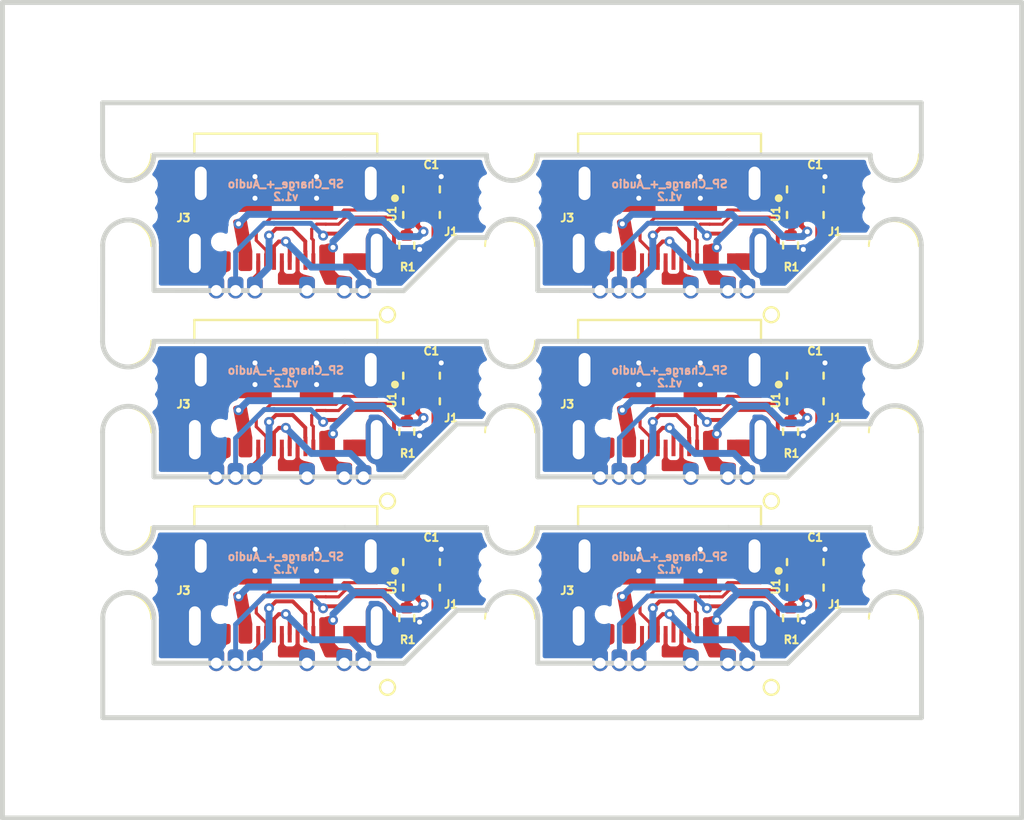
<source format=kicad_pcb>
(kicad_pcb (version 20211014) (generator pcbnew)
  (layers (0 "F.Cu" signal) (31 "B.Cu" signal) (34 "B.Paste" user) (35 "F.Paste" user) (36 "B.SilkS" user "B.Silkscreen") (37 "F.SilkS" user "F.Silkscreen") (38 "B.Mask" user) (39 "F.Mask" user) (44 "Edge.Cuts" user))
  (net 0 "")
  (net 1 "AGND")
  (net 2 "CC1")
  (net 3 "LEFT")
  (net 4 "CC2")
  (net 5 "RIGHT")
  (net 6 "VBUS")
  (net 7 "GND")
  (net 8 "~{MUTE}")
  (net 9 "VDD35")
  (net 10 "Net-(R1-Pad1)")
  (net 11 "Net-(U1-Pad5)")
  (net 12 "Net-(U1-Pad9)")
  (net 13 "Net-(U1-Pad7)")
  (net 14 "Net-(U1-Pad8)")
  (net 15 "Net-(U1-Pad11)")
  (footprint "GBA_SP_EXT2:GBA_EXT1_VDD_Solder_Pad" (layer "F.Cu") (at 139.2 82.5 180)
    (fp_text reference "J1")
    (fp_text value "Conn_01x01" hide)
  )
  (footprint "Resistor_SMD:R_0402_1005Metric" (layer "F.Cu") (at 136.35 85 -90)
    (fp_text reference "R1")
    (fp_text value "10k")
  )
  (footprint "PTN5150:USBCONTROLLER_PTN5150AHXMP" (layer "F.Cu") (at 137.1 82.8)
    (fp_text reference "U1")
    (fp_text value "PTN5150AHXMP")
  )
  (footprint "CX90B-16P:CX90B-16P" (layer "F.Cu") (at 130.2 82.9 180)
    (fp_text reference "J3")
    (fp_text value "CON18_1X12_P0_HIR" hide)
  )
  (footprint "GBA_SP_EXT2:GBA_SP_EXT2_Extended_swap_pads" (layer "F.Cu") (at 130.4 89.2)
    (fp_text reference "J2" hide)
    (fp_text value "GBA_SP_EXT2")
  )
  (footprint "Capacitor_SMD:C_0402_1005Metric" (layer "F.Cu") (at 136.4 81.1)
    (fp_text reference "C1")
    (fp_text value "C_0402_1005Metric")
  )
  (footprint "Capacitor_SMD:C_0402_1005Metric" (layer "F.Cu") (at 155.905 81.1)
    (fp_text reference "C1")
    (fp_text value "C_0402_1005Metric")
  )
  (footprint "PTN5150:USBCONTROLLER_PTN5150AHXMP" (layer "F.Cu") (at 137.1 92.27)
    (fp_text reference "U1")
    (fp_text value "PTN5150AHXMP")
  )
  (footprint "Capacitor_SMD:C_0402_1005Metric" (layer "F.Cu") (at 136.4 100.04)
    (fp_text reference "C1")
    (fp_text value "C_0402_1005Metric")
  )
  (footprint "mousebites:mouse-bite-2.54mm-slot" (layer "F.Cu") (at 161.105 82.7 90)
    (fp_text reference "mouse-bite-2.54mm-slot" hide)
    (fp_text value "VAL**" hide)
  )
  (footprint "GBA_SP_EXT2:GBA_EXT1_VDD_Solder_Pad" (layer "F.Cu") (at 158.705 91.97 180)
    (fp_text reference "J1")
    (fp_text value "Conn_01x01" hide)
  )
  (footprint "GBA_SP_EXT2:GBA_EXT1_VDD_Solder_Pad" (layer "F.Cu") (at 139.2 101.44 180)
    (fp_text reference "J1")
    (fp_text value "Conn_01x01" hide)
  )
  (footprint "Capacitor_SMD:C_0402_1005Metric" (layer "F.Cu") (at 155.905 100.04)
    (fp_text reference "C1")
    (fp_text value "C_0402_1005Metric")
  )
  (footprint "PTN5150:USBCONTROLLER_PTN5150AHXMP" (layer "F.Cu") (at 156.605 92.27)
    (fp_text reference "U1")
    (fp_text value "PTN5150AHXMP")
  )
  (footprint "CX90B-16P:CX90B-16P" (layer "F.Cu") (at 130.2 101.84 180)
    (fp_text reference "J3")
    (fp_text value "CON18_1X12_P0_HIR" hide)
  )
  (footprint "Resistor_SMD:R_0402_1005Metric" (layer "F.Cu") (at 136.35 103.94 -90)
    (fp_text reference "R1")
    (fp_text value "10k")
  )
  (footprint "CX90B-16P:CX90B-16P" (layer "F.Cu") (at 130.2 92.37 180)
    (fp_text reference "J3")
    (fp_text value "CON18_1X12_P0_HIR" hide)
  )
  (footprint "mousebites:mouse-bite-2.54mm-slot" (layer "F.Cu") (at 122.095038 92.17 90)
    (fp_text reference "mouse-bite-2.54mm-slot" hide)
    (fp_text value "VAL**" hide)
  )
  (footprint "Resistor_SMD:R_0402_1005Metric" (layer "F.Cu") (at 155.855 85 -90)
    (fp_text reference "R1")
    (fp_text value "10k")
  )
  (footprint "GBA_SP_EXT2:GBA_SP_EXT2_Extended_swap_pads" (layer "F.Cu") (at 149.905 108.14)
    (fp_text reference "J2" hide)
    (fp_text value "GBA_SP_EXT2")
  )
  (footprint "GBA_SP_EXT2:GBA_SP_EXT2_Extended_swap_pads" (layer "F.Cu") (at 130.4 108.14)
    (fp_text reference "J2" hide)
    (fp_text value "GBA_SP_EXT2")
  )
  (footprint "GBA_SP_EXT2:GBA_SP_EXT2_Extended_swap_pads" (layer "F.Cu") (at 149.905 98.67)
    (fp_text reference "J2" hide)
    (fp_text value "GBA_SP_EXT2")
  )
  (footprint "GBA_SP_EXT2:GBA_SP_EXT2_Extended_swap_pads" (layer "F.Cu") (at 130.4 98.67)
    (fp_text reference "J2" hide)
    (fp_text value "GBA_SP_EXT2")
  )
  (footprint "GBA_SP_EXT2:GBA_EXT1_VDD_Solder_Pad" (layer "F.Cu") (at 139.2 91.97 180)
    (fp_text reference "J1")
    (fp_text value "Conn_01x01" hide)
  )
  (footprint "mousebites:mouse-bite-2.54mm-slot" (layer "F.Cu") (at 141.6 82.7 90)
    (fp_text reference "mouse-bite-2.54mm-slot" hide)
    (fp_text value "VAL**" hide)
  )
  (footprint "CX90B-16P:CX90B-16P" (layer "F.Cu") (at 149.705 92.37 180)
    (fp_text reference "J3")
    (fp_text value "CON18_1X12_P0_HIR" hide)
  )
  (footprint "Resistor_SMD:R_0402_1005Metric" (layer "F.Cu") (at 155.855 103.94 -90)
    (fp_text reference "R1")
    (fp_text value "10k")
  )
  (footprint "CX90B-16P:CX90B-16P" (layer "F.Cu") (at 149.705 82.9 180)
    (fp_text reference "J3")
    (fp_text value "CON18_1X12_P0_HIR" hide)
  )
  (footprint "PTN5150:USBCONTROLLER_PTN5150AHXMP" (layer "F.Cu") (at 156.605 82.8)
    (fp_text reference "U1")
    (fp_text value "PTN5150AHXMP")
  )
  (footprint "CX90B-16P:CX90B-16P" (layer "F.Cu") (at 149.705 101.84 180)
    (fp_text reference "J3")
    (fp_text value "CON18_1X12_P0_HIR" hide)
  )
  (footprint "GBA_SP_EXT2:GBA_EXT1_VDD_Solder_Pad" (layer "F.Cu") (at 158.705 101.44 180)
    (fp_text reference "J1")
    (fp_text value "Conn_01x01" hide)
  )
  (footprint "Resistor_SMD:R_0402_1005Metric" (layer "F.Cu") (at 155.855 94.47 -90)
    (fp_text reference "R1")
    (fp_text value "10k")
  )
  (footprint "Capacitor_SMD:C_0402_1005Metric" (layer "F.Cu") (at 136.4 90.57)
    (fp_text reference "C1")
    (fp_text value "C_0402_1005Metric")
  )
  (footprint "PTN5150:USBCONTROLLER_PTN5150AHXMP" (layer "F.Cu") (at 137.1 101.74)
    (fp_text reference "U1")
    (fp_text value "PTN5150AHXMP")
  )
  (footprint "PTN5150:USBCONTROLLER_PTN5150AHXMP" (layer "F.Cu") (at 156.605 101.74)
    (fp_text reference "U1")
    (fp_text value "PTN5150AHXMP")
  )
  (footprint "Capacitor_SMD:C_0402_1005Metric" (layer "F.Cu") (at 155.905 90.57)
    (fp_text reference "C1")
    (fp_text value "C_0402_1005Metric")
  )
  (footprint "mousebites:mouse-bite-2.54mm-slot" (layer "F.Cu") (at 161.105 92.17 90)
    (fp_text reference "mouse-bite-2.54mm-slot" hide)
    (fp_text value "VAL**" hide)
  )
  (footprint "mousebites:mouse-bite-2.54mm-slot" (layer "F.Cu") (at 122.095038 101.64 90)
    (fp_text reference "mouse-bite-2.54mm-slot" hide)
    (fp_text value "VAL**" hide)
  )
  (footprint "mousebites:mouse-bite-2.54mm-slot" (layer "F.Cu") (at 122.095038 82.7 90)
    (fp_text reference "mouse-bite-2.54mm-slot" hide)
    (fp_text value "VAL**" hide)
  )
  (footprint "Resistor_SMD:R_0402_1005Metric" (layer "F.Cu") (at 136.35 94.47 -90)
    (fp_text reference "R1")
    (fp_text value "10k")
  )
  (footprint "mousebites:mouse-bite-2.54mm-slot" (layer "F.Cu") (at 141.6 92.17 90)
    (fp_text reference "mouse-bite-2.54mm-slot" hide)
    (fp_text value "VAL**" hide)
  )
  (footprint "GBA_SP_EXT2:GBA_SP_EXT2_Extended_swap_pads" (layer "F.Cu") (at 149.905 89.2)
    (fp_text reference "J2" hide)
    (fp_text value "GBA_SP_EXT2")
  )
  (footprint "mousebites:mouse-bite-2.54mm-slot" (layer "F.Cu") (at 161.105 101.64 90)
    (fp_text reference "mouse-bite-2.54mm-slot" hide)
    (fp_text value "VAL**" hide)
  )
  (footprint "GBA_SP_EXT2:GBA_EXT1_VDD_Solder_Pad" (layer "F.Cu") (at 158.705 82.5 180)
    (fp_text reference "J1")
    (fp_text value "Conn_01x01" hide)
  )
  (footprint "mousebites:mouse-bite-2.54mm-slot" (layer "F.Cu") (at 141.6 101.64 90)
    (fp_text reference "mouse-bite-2.54mm-slot" hide)
    (fp_text value "VAL**" hide)
  )
  (gr_line (start 140.4 80.4) (end 133.2 80.399999) (layer "Edge.Cuts") (width 0.25))
  (gr_line (start 136.2 87.3) (end 123.5 87.29) (layer "Edge.Cuts") (width 0.25))
  (gr_line (start 167.5 80.75) (end 167.5 80.75) (layer "Edge.Cuts") (width 0.05))
  (gr_line (start 167.6 72.65) (end 167.6 114.1) (layer "Edge.Cuts") (width 0.25))
  (gr_line (start 136.2 96.77) (end 123.5 96.76) (layer "Edge.Cuts") (width 0.25))
  (gr_line (start 162.5 99.34001) (end 162.5 94.459989) (layer "Edge.Cuts") (width 0.25))
  (gr_line (start 167.6 114.1) (end 115.8 114.1) (layer "Edge.Cuts") (width 0.25))
  (gr_line (start 123.5 94.459989) (end 123.5 96.76) (layer "Edge.Cuts") (width 0.25))
  (gr_arc (start 140.4 94.07) (mid 141.869197 93.151544) (end 143.004962 94.459989) (layer "Edge.Cuts") (width 0.25))
  (gr_line (start 120.9 104) (end 120.9 109) (layer "Edge.Cuts") (width 0.25))
  (gr_line (start 155.705 87.3) (end 158.405 84.6) (layer "Edge.Cuts") (width 0.25))
  (gr_line (start 155.705 106.24) (end 158.405 103.54) (layer "Edge.Cuts") (width 0.25))
  (gr_line (start 133.2 99.339999) (end 123.490038 99.34001) (layer "Edge.Cuts") (width 0.25))
  (gr_arc (start 159.905 84.6) (mid 161.369286 83.685193) (end 162.5 84.989989) (layer "Edge.Cuts") (width 0.25))
  (gr_line (start 155.705 87.3) (end 143.005 87.29) (layer "Edge.Cuts") (width 0.25))
  (gr_line (start 155.705 96.77) (end 158.405 94.07) (layer "Edge.Cuts") (width 0.25))
  (gr_line (start 140.4 99.34) (end 133.2 99.339999) (layer "Edge.Cuts") (width 0.25))
  (gr_line (start 143.004962 103.929989) (end 143.005 106.23) (layer "Edge.Cuts") (width 0.25))
  (gr_line (start 120.89 94.5) (end 120.89 99.35001) (layer "Edge.Cuts") (width 0.25))
  (gr_line (start 136.2 106.24) (end 138.9 103.54) (layer "Edge.Cuts") (width 0.25))
  (gr_line (start 115.8 114.1) (end 115.8 72.65) (layer "Edge.Cuts") (width 0.25))
  (gr_arc (start 159.905 94.07) (mid 161.369191 93.155824) (end 162.5 94.459989) (layer "Edge.Cuts") (width 0.25))
  (gr_line (start 162.5 80.40001) (end 162.5 77.75) (layer "Edge.Cuts") (width 0.25))
  (gr_line (start 138.9 84.6) (end 140.4 84.6) (layer "Edge.Cuts") (width 0.25))
  (gr_line (start 138.9 94.07) (end 140.4 94.07) (layer "Edge.Cuts") (width 0.25))
  (gr_line (start 143.005 84.989989) (end 143.005 87.29) (layer "Edge.Cuts") (width 0.25))
  (gr_arc (start 123.490038 80.40001) (mid 122.195037 81.699987) (end 120.890076 80.41001) (layer "Edge.Cuts") (width 0.25))
  (gr_arc (start 123.49 89.87) (mid 122.195024 91.169966) (end 120.890076 89.88001) (layer "Edge.Cuts") (width 0.25))
  (gr_arc (start 142.995038 80.40001) (mid 141.697514 81.697519) (end 140.4 80.4) (layer "Edge.Cuts") (width 0.25))
  (gr_line (start 162.51 109) (end 162.51 103.93) (layer "Edge.Cuts") (width 0.25))
  (gr_line (start 133.2 80.399999) (end 123.490038 80.40001) (layer "Edge.Cuts") (width 0.25))
  (gr_arc (start 120.9 104) (mid 122.164307 102.639465) (end 123.5 103.929989) (layer "Edge.Cuts") (width 0.25))
  (gr_arc (start 159.905 103.54) (mid 161.374196 102.621555) (end 162.51 103.93) (layer "Edge.Cuts") (width 0.25))
  (gr_line (start 136.2 87.3) (end 138.9 84.6) (layer "Edge.Cuts") (width 0.25))
  (gr_line (start 159.905 89.87) (end 142.995038 89.87001) (layer "Edge.Cuts") (width 0.25))
  (gr_line (start 138.9 103.54) (end 140.4 103.54) (layer "Edge.Cuts") (width 0.25))
  (gr_line (start 120.9 109) (end 162.51 109) (layer "Edge.Cuts") (width 0.25))
  (gr_line (start 155.705 96.77) (end 143.005 96.76) (layer "Edge.Cuts") (width 0.25))
  (gr_arc (start 140.4 103.54) (mid 141.869197 102.621544) (end 143.004962 103.929989) (layer "Edge.Cuts") (width 0.25))
  (gr_line (start 136.2 106.24) (end 123.5 106.23) (layer "Edge.Cuts") (width 0.25))
  (gr_line (start 162.5 77.75) (end 120.890474 77.75) (layer "Edge.Cuts") (width 0.25))
  (gr_line (start 120.895038 85) (end 120.890076 89.88001) (layer "Edge.Cuts") (width 0.25))
  (gr_line (start 158.405 103.54) (end 159.905 103.54) (layer "Edge.Cuts") (width 0.25))
  (gr_line (start 152.705 99.339999) (end 142.995038 99.34001) (layer "Edge.Cuts") (width 0.25))
  (gr_line (start 120.890474 77.75) (end 120.890076 80.41001) (layer "Edge.Cuts") (width 0.25))
  (gr_line (start 115.8 72.65) (end 167.6 72.65) (layer "Edge.Cuts") (width 0.25))
  (gr_line (start 162.5 84.989989) (end 162.5 89.87001) (layer "Edge.Cuts") (width 0.25))
  (gr_arc (start 142.995038 99.34001) (mid 141.697514 100.637515) (end 140.4 99.34) (layer "Edge.Cuts") (width 0.25))
  (gr_line (start 159.905 99.34) (end 152.705 99.339999) (layer "Edge.Cuts") (width 0.25))
  (gr_line (start 158.405 94.07) (end 159.905 94.07) (layer "Edge.Cuts") (width 0.25))
  (gr_line (start 152.705 80.399999) (end 142.995038 80.40001) (layer "Edge.Cuts") (width 0.25))
  (gr_arc (start 123.49 99.34) (mid 122.194986 100.640004) (end 120.89 99.35001) (layer "Edge.Cuts") (width 0.25))
  (gr_line (start 159.905 80.4) (end 152.705 80.399999) (layer "Edge.Cuts") (width 0.25))
  (gr_arc (start 162.5 89.87001) (mid 161.202495 91.167495) (end 159.905 89.87) (layer "Edge.Cuts") (width 0.25))
  (gr_line (start 123.5 84.989989) (end 123.5 87.29) (layer "Edge.Cuts") (width 0.25))
  (gr_arc (start 120.89 94.5) (mid 122.174837 93.164728) (end 123.5 94.459989) (layer "Edge.Cuts") (width 0.25))
  (gr_line (start 136.2 96.77) (end 138.9 94.07) (layer "Edge.Cuts") (width 0.25))
  (gr_arc (start 162.5 80.40001) (mid 161.202495 81.697499) (end 159.905 80.4) (layer "Edge.Cuts") (width 0.25))
  (gr_arc (start 142.995038 89.87001) (mid 141.697514 91.167514) (end 140.4 89.87) (layer "Edge.Cuts") (width 0.25))
  (gr_line (start 155.705 106.24) (end 143.005 106.23) (layer "Edge.Cuts") (width 0.25))
  (gr_arc (start 140.4 84.6) (mid 141.869199 83.681614) (end 143.004962 84.989989) (layer "Edge.Cuts") (width 0.25))
  (gr_line (start 133.2 89.869999) (end 123.490038 89.87001) (layer "Edge.Cuts") (width 0.25))
  (gr_line (start 158.405 84.6) (end 159.905 84.6) (layer "Edge.Cuts") (width 0.25))
  (gr_line (start 140.4 89.87) (end 133.2 89.869999) (layer "Edge.Cuts") (width 0.25))
  (gr_line (start 123.5 103.929989) (end 123.5 106.23) (layer "Edge.Cuts") (width 0.25))
  (gr_line (start 143.005 94.459989) (end 143.005 96.76) (layer "Edge.Cuts") (width 0.25))
  (gr_arc (start 162.5 99.34001) (mid 161.202495 100.637499) (end 159.905 99.34) (layer "Edge.Cuts") (width 0.25))
  (gr_arc (start 120.895038 85) (mid 122.192531 83.697373) (end 123.5 84.989989) (layer "Edge.Cuts") (width 0.25))
  (gr_text "SP_Charge_+_Audio\nv1.2" (at 149.705 91.67) (layer "B.SilkS") (effects (font (size 0.4 0.4) (thickness 0.1)) (justify mirror)))
  (gr_text "SP_Charge_+_Audio\nv1.2" (at 130.2 101.14) (layer "B.SilkS") (effects (font (size 0.4 0.4) (thickness 0.1)) (justify mirror)))
  (gr_text "SP_Charge_+_Audio\nv1.2" (at 130.2 82.2) (layer "B.SilkS") (effects (font (size 0.4 0.4) (thickness 0.1)) (justify mirror)))
  (gr_text "SP_Charge_+_Audio\nv1.2" (at 130.2 91.67) (layer "B.SilkS") (effects (font (size 0.4 0.4) (thickness 0.1)) (justify mirror)))
  (gr_text "SP_Charge_+_Audio\nv1.2" (at 149.705 82.2) (layer "B.SilkS") (effects (font (size 0.4 0.4) (thickness 0.1)) (justify mirror)))
  (gr_text "SP_Charge_+_Audio\nv1.2" (at 149.705 101.14) (layer "B.SilkS") (effects (font (size 0.4 0.4) (thickness 0.1)) (justify mirror)))
  (segment (start 131.200001 95.290594) (end 131.200001 94.778199) (width 0.2) (layer "F.Cu") (net 1))
  (segment (start 128.8 95.909694) (end 128.6 96.109694) (width 0.2) (layer "F.Cu") (net 1))
  (segment (start 131.200001 85.820594) (end 131.200001 85.308199) (width 0.2) (layer "F.Cu") (net 1))
  (segment (start 128.8 104.760594) (end 128.8 105.379694) (width 0.2) (layer "F.Cu") (net 1))
  (segment (start 131.1 103.64) (end 131 103.536998) (width 0.2) (layer "F.Cu") (net 1))
  (segment (start 128.8 85.820594) (end 128.8 86.439694) (width 0.2) (layer "F.Cu") (net 1))
  (segment (start 148.105 105.858987) (end 148.105056 105.858987) (width 0.2) (layer "F.Cu") (net 1))
  (segment (start 150.505 84.596998) (end 150.058003 84.150001) (width 0.2) (layer "F.Cu") (net 1))
  (segment (start 150.694989 104.238187) (end 150.694989 103.729989) (width 0.2) (layer "F.Cu") (net 1))
  (segment (start 128.6 96.109694) (end 128.6 96.388987) (width 0.2) (layer "F.Cu") (net 1))
  (segment (start 150.705001 95.290594) (end 150.705001 94.778199) (width 0.2) (layer "F.Cu") (net 1))
  (segment (start 150.058003 103.090001) (end 149.204999 103.090001) (width 0.2) (layer "F.Cu") (net 1))
  (segment (start 128.8 95.290594) (end 128.8 95.909694) (width 0.2) (layer "F.Cu") (net 1))
  (segment (start 150.058003 93.620001) (end 149.204999 93.620001) (width 0.2) (layer "F.Cu") (net 1))
  (segment (start 148.305 86.439694) (end 148.105 86.639694) (width 0.2) (layer "F.Cu") (net 1))
  (segment (start 129.699999 84.150001) (end 129.35 84.5) (width 0.2) (layer "F.Cu") (net 1))
  (segment (start 128.6 86.918987) (end 128.600056 86.918987) (width 0.2) (layer "F.Cu") (net 1))
  (segment (start 150.605 103.64) (end 150.505 103.536998) (width 0.2) (layer "F.Cu") (net 1))
  (segment (start 129.699999 93.620001) (end 129.35 93.97) (width 0.2) (layer "F.Cu") (net 1))
  (segment (start 148.305 85.820594) (end 148.305 86.439694) (width 0.2) (layer "F.Cu") (net 1))
  (segment (start 148.105 105.579694) (end 148.105 105.858987) (width 0.2) (layer "F.Cu") (net 1))
  (segment (start 150.694989 85.298187) (end 150.694989 84.789989) (width 0.2) (layer "F.Cu") (net 1))
  (segment (start 128.6 105.858987) (end 128.600056 105.858987) (width 0.2) (layer "F.Cu") (net 1))
  (segment (start 149.204999 84.150001) (end 148.855 84.5) (width 0.2) (layer "F.Cu") (net 1))
  (segment (start 128.8 86.439694) (end 128.6 86.639694) (width 0.2) (layer "F.Cu") (net 1))
  (segment (start 150.705001 104.760594) (end 150.705001 104.248199) (width 0.2) (layer "F.Cu") (net 1))
  (segment (start 148.105 86.918987) (end 148.105056 86.918987) (width 0.2) (layer "F.Cu") (net 1))
  (segment (start 131.1 94.17) (end 131 94.066998) (width 0.2) (layer "F.Cu") (net 1))
  (segment (start 131.189989 94.259989) (end 131.1 94.17) (width 0.2) (layer "F.Cu") (net 1))
  (segment (start 148.305 95.909694) (end 148.105 96.109694) (width 0.2) (layer "F.Cu") (net 1))
  (segment (start 150.694989 84.789989) (end 150.605 84.7) (width 0.2) (layer "F.Cu") (net 1))
  (segment (start 129.699999 103.090001) (end 129.35 103.44) (width 0.2) (layer "F.Cu") (net 1))
  (segment (start 131.189989 94.768187) (end 131.189989 94.259989) (width 0.2) (layer "F.Cu") (net 1))
  (segment (start 150.694989 94.259989) (end 150.605 94.17) (width 0.2) (layer "F.Cu") (net 1))
  (segment (start 150.058003 84.150001) (end 149.204999 84.150001) (width 0.2) (layer "F.Cu") (net 1))
  (segment (start 131.200001 94.778199) (end 131.189989 94.768187) (width 0.2) (layer "F.Cu") (net 1))
  (segment (start 131.189989 84.789989) (end 131.1 84.7) (width 0.2) (layer "F.Cu") (net 1))
  (segment (start 128.6 96.388987) (end 128.600056 96.388987) (width 0.2) (layer "F.Cu") (net 1))
  (segment (start 131.200001 104.248199) (end 131.189989 104.238187) (width 0.2) (layer "F.Cu") (net 1))
  (segment (start 130.553003 93.620001) (end 129.699999 93.620001) (width 0.2) (layer "F.Cu") (net 1))
  (segment (start 148.305 95.290594) (end 148.305 95.909694) (width 0.2) (layer "F.Cu") (net 1))
  (segment (start 150.694989 103.729989) (end 150.605 103.64) (width 0.2) (layer "F.Cu") (net 1))
  (segment (start 150.705001 94.778199) (end 150.694989 94.768187) (width 0.2) (layer "F.Cu") (net 1))
  (segment (start 150.705001 104.248199) (end 150.694989 104.238187) (width 0.2) (layer "F.Cu") (net 1))
  (segment (start 150.505 94.066998) (end 150.058003 93.620001) (width 0.2) (layer "F.Cu") (net 1))
  (segment (start 149.204999 93.620001) (end 148.855 93.97) (width 0.2) (layer "F.Cu") (net 1))
  (segment (start 131 103.536998) (end 130.553003 103.090001) (width 0.2) (layer "F.Cu") (net 1))
  (segment (start 128.6 86.639694) (end 128.6 86.918987) (width 0.2) (layer "F.Cu") (net 1))
  (segment (start 131.200001 85.308199) (end 131.189989 85.298187) (width 0.2) (layer "F.Cu") (net 1))
  (segment (start 150.694989 94.768187) (end 150.694989 94.259989) (width 0.2) (layer "F.Cu") (net 1))
  (segment (start 130.553003 103.090001) (end 129.699999 103.090001) (width 0.2) (layer "F.Cu") (net 1))
  (segment (start 150.705001 85.820594) (end 150.705001 85.308199) (width 0.2) (layer "F.Cu") (net 1))
  (segment (start 131.200001 104.760594) (end 131.200001 104.248199) (width 0.2) (layer "F.Cu") (net 1))
  (segment (start 131.189989 104.238187) (end 131.189989 103.729989) (width 0.2) (layer "F.Cu") (net 1))
  (segment (start 149.204999 103.090001) (end 148.855 103.44) (width 0.2) (layer "F.Cu") (net 1))
  (segment (start 131.189989 85.298187) (end 131.189989 84.789989) (width 0.2) (layer "F.Cu") (net 1))
  (segment (start 128.8 105.379694) (end 128.6 105.579694) (width 0.2) (layer "F.Cu") (net 1))
  (segment (start 148.305 104.760594) (end 148.305 105.379694) (width 0.2) (layer "F.Cu") (net 1))
  (segment (start 148.105 96.388987) (end 148.105056 96.388987) (width 0.2) (layer "F.Cu") (net 1))
  (segment (start 148.105 86.639694) (end 148.105 86.918987) (width 0.2) (layer "F.Cu") (net 1))
  (segment (start 148.305 105.379694) (end 148.105 105.579694) (width 0.2) (layer "F.Cu") (net 1))
  (segment (start 130.553003 84.150001) (end 129.699999 84.150001) (width 0.2) (layer "F.Cu") (net 1))
  (segment (start 131.189989 103.729989) (end 131.1 103.64) (width 0.2) (layer "F.Cu") (net 1))
  (segment (start 150.605 84.7) (end 150.505 84.596998) (width 0.2) (layer "F.Cu") (net 1))
  (segment (start 131 84.596998) (end 130.553003 84.150001) (width 0.2) (layer "F.Cu") (net 1))
  (segment (start 128.6 105.579694) (end 128.6 105.858987) (width 0.2) (layer "F.Cu") (net 1))
  (segment (start 148.105 96.109694) (end 148.105 96.388987) (width 0.2) (layer "F.Cu") (net 1))
  (segment (start 150.705001 85.308199) (end 150.694989 85.298187) (width 0.2) (layer "F.Cu") (net 1))
  (segment (start 131 94.066998) (end 130.553003 93.620001) (width 0.2) (layer "F.Cu") (net 1))
  (segment (start 131.1 84.7) (end 131 84.596998) (width 0.2) (layer "F.Cu") (net 1))
  (segment (start 150.505 103.536998) (end 150.058003 103.090001) (width 0.2) (layer "F.Cu") (net 1))
  (segment (start 150.605 94.17) (end 150.505 94.066998) (width 0.2) (layer "F.Cu") (net 1))
  (via (at 129.35 84.5) (size 0.508) (drill 0.254) (layers "F.Cu" "B.Cu") (net 1))
  (via (at 129.35 103.44) (size 0.508) (drill 0.254) (layers "F.Cu" "B.Cu") (net 1))
  (via (at 129.35 93.97) (size 0.508) (drill 0.254) (layers "F.Cu" "B.Cu") (net 1))
  (via (at 148.855 93.97) (size 0.508) (drill 0.254) (layers "F.Cu" "B.Cu") (net 1))
  (via (at 148.855 84.5) (size 0.508) (drill 0.254) (layers "F.Cu" "B.Cu") (net 1))
  (via (at 148.855 103.44) (size 0.508) (drill 0.254) (layers "F.Cu" "B.Cu") (net 1))
  (segment (start 148.855 93.97) (end 148.855 95.564103) (width 0.35) (layer "B.Cu") (net 1))
  (segment (start 148.855 86.094103) (end 148.105116 86.843987) (width 0.35) (layer "B.Cu") (net 1))
  (segment (start 129.35 93.97) (end 129.35 95.564103) (width 0.35) (layer "B.Cu") (net 1))
  (segment (start 148.855 105.034103) (end 148.105116 105.783987) (width 0.35) (layer "B.Cu") (net 1))
  (segment (start 129.35 95.564103) (end 128.600116 96.313987) (width 0.35) (layer "B.Cu") (net 1))
  (segment (start 129.35 86.094103) (end 128.600116 86.843987) (width 0.35) (layer "B.Cu") (net 1))
  (segment (start 129.35 84.5) (end 129.35 86.094103) (width 0.35) (layer "B.Cu") (net 1))
  (segment (start 129.35 105.034103) (end 128.600116 105.783987) (width 0.35) (layer "B.Cu") (net 1))
  (segment (start 148.855 95.564103) (end 148.105116 96.313987) (width 0.35) (layer "B.Cu") (net 1))
  (segment (start 148.855 84.5) (end 148.855 86.094103) (width 0.35) (layer "B.Cu") (net 1))
  (segment (start 148.855 103.44) (end 148.855 105.034103) (width 0.35) (layer "B.Cu") (net 1))
  (segment (start 129.35 103.44) (end 129.35 105.034103) (width 0.35) (layer "B.Cu") (net 1))
  (segment (start 148.205 94.211495) (end 148.704999 94.711494) (width 0.16) (layer "F.Cu") (net 2))
  (segment (start 154.336056 102.14) (end 152.66658 102.14) (width 0.16) (layer "F.Cu") (net 2))
  (segment (start 135.3 92.27) (end 135.5 92.07) (width 0.16) (layer "F.Cu") (net 2))
  (segment (start 148.940009 102.544589) (end 148.205 103.279598) (width 0.16) (layer "F.Cu") (net 2))
  (segment (start 154.805 101.74) (end 154.336056 102.14) (width 0.16) (layer "F.Cu") (net 2))
  (segment (start 129.435009 102.544589) (end 128.7 103.279598) (width 0.16) (layer "F.Cu") (net 2))
  (segment (start 154.805 82.8) (end 154.336056 83.2) (width 0.16) (layer "F.Cu") (net 2))
  (segment (start 154.336056 92.67) (end 152.66658 92.67) (width 0.16) (layer "F.Cu") (net 2))
  (segment (start 148.205 84.741495) (end 148.704999 85.241494) (width 0.16) (layer "F.Cu") (net 2))
  (segment (start 132.756991 102.544589) (end 129.435009 102.544589) (width 0.16) (layer "F.Cu") (net 2))
  (segment (start 148.205 103.681495) (end 148.704999 104.181494) (width 0.16) (layer "F.Cu") (net 2))
  (segment (start 132.756991 93.074589) (end 129.435009 93.074589) (width 0.16) (layer "F.Cu") (net 2))
  (segment (start 133.16158 102.14) (end 132.756991 102.544589) (width 0.16) (layer "F.Cu") (net 2))
  (segment (start 129.435009 93.074589) (end 128.7 93.809598) (width 0.16) (layer "F.Cu") (net 2))
  (segment (start 135.5 92.07) (end 136.7 92.07) (width 0.16) (layer "F.Cu") (net 2))
  (segment (start 148.205 103.279598) (end 148.205 103.681495) (width 0.16) (layer "F.Cu") (net 2))
  (segment (start 134.831056 83.2) (end 133.16158 83.2) (width 0.16) (layer "F.Cu") (net 2))
  (segment (start 128.7 94.211495) (end 129.199999 94.711494) (width 0.16) (layer "F.Cu") (net 2))
  (segment (start 148.940009 83.604589) (end 148.205 84.339598) (width 0.16) (layer "F.Cu") (net 2))
  (segment (start 148.940009 93.074589) (end 148.205 93.809598) (width 0.16) (layer "F.Cu") (net 2))
  (segment (start 129.199999 85.241494) (end 129.199999 85.820594) (width 0.16) (layer "F.Cu") (net 2))
  (segment (start 154.805 101.74) (end 155.005 101.54) (width 0.16) (layer "F.Cu") (net 2))
  (segment (start 129.199999 104.181494) (end 129.199999 104.760594) (width 0.16) (layer "F.Cu") (net 2))
  (segment (start 148.704999 94.711494) (end 148.704999 95.290594) (width 0.16) (layer "F.Cu") (net 2))
  (segment (start 152.261991 93.074589) (end 148.940009 93.074589) (width 0.16) (layer "F.Cu") (net 2))
  (segment (start 135.3 92.27) (end 134.831056 92.67) (width 0.16) (layer "F.Cu") (net 2))
  (segment (start 148.205 93.809598) (end 148.205 94.211495) (width 0.16) (layer "F.Cu") (net 2))
  (segment (start 155.005 82.6) (end 156.205 82.6) (width 0.16) (layer "F.Cu") (net 2))
  (segment (start 133.16158 83.2) (end 132.756991 83.604589) (width 0.16) (layer "F.Cu") (net 2))
  (segment (start 135.3 101.74) (end 135.5 101.54) (width 0.16) (layer "F.Cu") (net 2))
  (segment (start 154.805 92.27) (end 155.005 92.07) (width 0.16) (layer "F.Cu") (net 2))
  (segment (start 148.704999 85.241494) (end 148.704999 85.820594) (width 0.16) (layer "F.Cu") (net 2))
  (segment (start 128.7 103.279598) (end 128.7 103.681495) (width 0.16) (layer "F.Cu") (net 2))
  (segment (start 128.7 84.339598) (end 128.7 84.741495) (width 0.16) (layer "F.Cu") (net 2))
  (segment (start 135.3 82.8) (end 134.831056 83.2) (width 0.16) (layer "F.Cu") (net 2))
  (segment (start 154.805 92.27) (end 154.336056 92.67) (width 0.16) (layer "F.Cu") (net 2))
  (segment (start 135.3 101.74) (end 134.831056 102.14) (width 0.16) (layer "F.Cu") (net 2))
  (segment (start 132.756991 83.604589) (end 129.435009 83.604589) (width 0.16) (layer "F.Cu") (net 2))
  (segment (start 152.66658 102.14) (end 152.261991 102.544589) (width 0.16) (layer "F.Cu") (net 2))
  (segment (start 154.805 82.8) (end 155.005 82.6) (width 0.16) (layer "F.Cu") (net 2))
  (segment (start 128.7 93.809598) (end 128.7 94.211495) (width 0.16) (layer "F.Cu") (net 2))
  (segment (start 128.7 103.681495) (end 129.199999 104.181494) (width 0.16) (layer "F.Cu") (net 2))
  (segment (start 152.66658 92.67) (end 152.261991 93.074589) (width 0.16) (layer "F.Cu") (net 2))
  (segment (start 128.7 84.741495) (end 129.199999 85.241494) (width 0.16) (layer "F.Cu") (net 2))
  (segment (start 133.16158 92.67) (end 132.756991 93.074589) (width 0.16) (layer "F.Cu") (net 2))
  (segment (start 148.704999 104.181494) (end 148.704999 104.760594) (width 0.16) (layer "F.Cu") (net 2))
  (segment (start 152.261991 83.604589) (end 148.940009 83.604589) (width 0.16) (layer "F.Cu") (net 2))
  (segment (start 129.199999 94.711494) (end 129.199999 95.290594) (width 0.16) (layer "F.Cu") (net 2))
  (segment (start 152.66658 83.2) (end 152.261991 83.604589) (width 0.16) (layer "F.Cu") (net 2))
  (segment (start 155.005 101.54) (end 156.205 101.54) (width 0.16) (layer "F.Cu") (net 2))
  (segment (start 135.5 82.6) (end 136.7 82.6) (width 0.16) (layer "F.Cu") (net 2))
  (segment (start 148.205 84.339598) (end 148.205 84.741495) (width 0.16) (layer "F.Cu") (net 2))
  (segment (start 134.831056 92.67) (end 133.16158 92.67) (width 0.16) (layer "F.Cu") (net 2))
  (segment (start 135.3 82.8) (end 135.5 82.6) (width 0.16) (layer "F.Cu") (net 2))
  (segment (start 129.435009 83.604589) (end 128.7 84.339598) (width 0.16) (layer "F.Cu") (net 2))
  (segment (start 152.261991 102.544589) (end 148.940009 102.544589) (width 0.16) (layer "F.Cu") (net 2))
  (segment (start 154.336056 83.2) (end 152.66658 83.2) (width 0.16) (layer "F.Cu") (net 2))
  (segment (start 155.005 92.07) (end 156.205 92.07) (width 0.16) (layer "F.Cu") (net 2))
  (segment (start 135.5 101.54) (end 136.7 101.54) (width 0.16) (layer "F.Cu") (net 2))
  (segment (start 134.831056 102.14) (end 133.16158 102.14) (width 0.16) (layer "F.Cu") (net 2))
  (segment (start 149.351447 84.8) (end 149.705 84.8) (width 0.2) (layer "F.Cu") (net 3))
  (segment (start 149.105001 85.820594) (end 149.105 85.046447) (width 0.2) (layer "F.Cu") (net 3))
  (segment (start 129.600001 95.290594) (end 129.6 94.516447) (width 0.2) (layer "F.Cu") (net 3))
  (segment (start 129.6 94.516447) (end 129.846447 94.27) (width 0.2) (layer "F.Cu") (net 3))
  (segment (start 130.4 85.820594) (end 130.4 85) (width 0.2) (layer "F.Cu") (net 3))
  (segment (start 149.105001 104.760594) (end 149.105 103.986447) (width 0.2) (layer "F.Cu") (net 3))
  (segment (start 129.846447 84.8) (end 130.2 84.8) (width 0.2) (layer "F.Cu") (net 3))
  (segment (start 149.105 94.516447) (end 149.351447 94.27) (width 0.2) (layer "F.Cu") (net 3))
  (segment (start 149.905 95.290594) (end 149.905 94.47) (width 0.2) (layer "F.Cu") (net 3))
  (segment (start 129.846447 103.74) (end 130.2 103.74) (width 0.2) (layer "F.Cu") (net 3))
  (segment (start 130.4 104.760594) (end 130.4 103.94) (width 0.2) (layer "F.Cu") (net 3))
  (segment (start 149.105 85.046447) (end 149.351447 84.8) (width 0.2) (layer "F.Cu") (net 3))
  (segment (start 149.905 104.760594) (end 149.905 103.94) (width 0.2) (layer "F.Cu") (net 3))
  (segment (start 149.351447 103.74) (end 149.705 103.74) (width 0.2) (layer "F.Cu") (net 3))
  (segment (start 129.600001 104.760594) (end 129.6 103.986447) (width 0.2) (layer "F.Cu") (net 3))
  (segment (start 149.105001 95.290594) (end 149.105 94.516447) (width 0.2) (layer "F.Cu") (net 3))
  (segment (start 130.4 103.94) (end 130.2 103.74) (width 0.2) (layer "F.Cu") (net 3))
  (segment (start 149.905 85) (end 149.705 84.8) (width 0.2) (layer "F.Cu") (net 3))
  (segment (start 149.905 85.820594) (end 149.905 85) (width 0.2) (layer "F.Cu") (net 3))
  (segment (start 149.905 94.47) (end 149.705 94.27) (width 0.2) (layer "F.Cu") (net 3))
  (segment (start 129.846447 94.27) (end 130.2 94.27) (width 0.2) (layer "F.Cu") (net 3))
  (segment (start 129.6 85.046447) (end 129.846447 84.8) (width 0.2) (layer "F.Cu") (net 3))
  (segment (start 130.4 85) (end 130.2 84.8) (width 0.2) (layer "F.Cu") (net 3))
  (segment (start 130.4 95.290594) (end 130.4 94.47) (width 0.2) (layer "F.Cu") (net 3))
  (segment (start 129.6 103.986447) (end 129.846447 103.74) (width 0.2) (layer "F.Cu") (net 3))
  (segment (start 149.351447 94.27) (end 149.705 94.27) (width 0.2) (layer "F.Cu") (net 3))
  (segment (start 130.4 94.47) (end 130.2 94.27) (width 0.2) (layer "F.Cu") (net 3))
  (segment (start 149.105 103.986447) (end 149.351447 103.74) (width 0.2) (layer "F.Cu") (net 3))
  (segment (start 149.905 103.94) (end 149.705 103.74) (width 0.2) (layer "F.Cu") (net 3))
  (segment (start 129.600001 85.820594) (end 129.6 85.046447) (width 0.2) (layer "F.Cu") (net 3))
  (via (at 149.705 84.8) (size 0.508) (drill 0.254) (layers "F.Cu" "B.Cu") (net 3))
  (via (at 130.2 103.74) (size 0.508) (drill 0.254) (layers "F.Cu" "B.Cu") (net 3))
  (via (at 130.2 94.27) (size 0.508) (drill 0.254) (layers "F.Cu" "B.Cu") (net 3))
  (via (at 149.705 94.27) (size 0.508) (drill 0.254) (layers "F.Cu" "B.Cu") (net 3))
  (via (at 149.705 103.74) (size 0.508) (drill 0.254) (layers "F.Cu" "B.Cu") (net 3))
  (via (at 130.2 84.8) (size 0.508) (drill 0.254) (layers "F.Cu" "B.Cu") (net 3))
  (segment (start 134.15 86.774315) (end 133.475685 86.1) (width 0.35) (layer "B.Cu") (net 3))
  (segment (start 134.15 96.244315) (end 133.475685 95.57) (width 0.35) (layer "B.Cu") (net 3))
  (segment (start 133.475685 95.57) (end 131.5 95.57) (width 0.35) (layer "B.Cu") (net 3))
  (segment (start 134.15 105.714315) (end 133.475685 105.04) (width 0.35) (layer "B.Cu") (net 3))
  (segment (start 153.655 86.774315) (end 152.980685 86.1) (width 0.35) (layer "B.Cu") (net 3))
  (segment (start 152.980685 105.04) (end 151.005 105.04) (width 0.35) (layer "B.Cu") (net 3))
  (segment (start 153.655 105.714315) (end 152.980685 105.04) (width 0.35) (layer "B.Cu") (net 3))
  (segment (start 151.005 86.1) (end 149.705 84.8) (width 0.35) (layer "B.Cu") (net 3))
  (segment (start 131.5 95.57) (end 130.2 94.27) (width 0.35) (layer "B.Cu") (net 3))
  (segment (start 151.005 105.04) (end 149.705 103.74) (width 0.35) (layer "B.Cu") (net 3))
  (segment (start 151.005 95.57) (end 149.705 94.27) (width 0.35) (layer "B.Cu") (net 3))
  (segment (start 153.655 96.244315) (end 152.980685 95.57) (width 0.35) (layer "B.Cu") (net 3))
  (segment (start 152.980685 86.1) (end 151.005 86.1) (width 0.35) (layer "B.Cu") (net 3))
  (segment (start 131.5 105.04) (end 130.2 103.74) (width 0.35) (layer "B.Cu") (net 3))
  (segment (start 133.475685 105.04) (end 131.5 105.04) (width 0.35) (layer "B.Cu") (net 3))
  (segment (start 131.5 86.1) (end 130.2 84.8) (width 0.35) (layer "B.Cu") (net 3))
  (segment (start 133.475685 86.1) (end 131.5 86.1) (width 0.35) (layer "B.Cu") (net 3))
  (segment (start 152.980685 95.57) (end 151.005 95.57) (width 0.35) (layer "B.Cu") (net 3))
  (segment (start 135.558774 102.498774) (end 135.561474 102.501474) (width 0.16) (layer "F.Cu") (net 4))
  (segment (start 151.739397 102.859999) (end 152.388819 102.859999) (width 0.16) (layer "F.Cu") (net 4))
  (segment (start 151.105 95.290594) (end 151.105 94.199478) (width 0.16) (layer "F.Cu") (net 4))
  (segment (start 133.245044 93.028774) (end 135.558774 93.028774) (width 0.16) (layer "F.Cu") (net 4))
  (segment (start 155.063774 93.028774) (end 155.066474 93.031474) (width 0.16) (layer "F.Cu") (net 4))
  (segment (start 151.105 103.669478) (end 151.022299 103.586777) (width 0.16) (layer "F.Cu") (net 4))
  (segment (start 131.768303 102.857299) (end 132.231697 102.857299) (width 0.16) (layer "F.Cu") (net 4))
  (segment (start 131.517299 84.646777) (end 131.517299 84.168303) (width 0.16) (layer "F.Cu") (net 4))
  (segment (start 152.388819 102.859999) (end 152.750044 102.498774) (width 0.16) (layer "F.Cu") (net 4))
  (segment (start 131.6 104.760594) (end 131.6 103.669478) (width 0.16) (layer "F.Cu") (net 4))
  (segment (start 131.6 94.199478) (end 131.517299 94.116777) (width 0.16) (layer "F.Cu") (net 4))
  (segment (start 151.022299 93.638303) (end 151.273303 93.387299) (width 0.16) (layer "F.Cu") (net 4))
  (segment (start 152.750044 93.028774) (end 155.063774 93.028774) (width 0.16) (layer "F.Cu") (net 4))
  (segment (start 131.517299 93.638303) (end 131.768303 93.387299) (width 0.16) (layer "F.Cu") (net 4))
  (segment (start 131.6 84.729478) (end 131.517299 84.646777) (width 0.16) (layer "F.Cu") (net 4))
  (segment (start 155.063774 102.498774) (end 155.066474 102.501474) (width 0.16) (layer "F.Cu") (net 4))
  (segment (start 133.245044 102.498774) (end 135.558774 102.498774) (width 0.16) (layer "F.Cu") (net 4))
  (segment (start 136.122948 101.94) (end 136.7 101.94) (width 0.16) (layer "F.Cu") (net 4))
  (segment (start 152.750044 83.558774) (end 155.063774 83.558774) (width 0.16) (layer "F.Cu") (net 4))
  (segment (start 135.561474 83.561474) (end 136.122948 83) (width 0.16) (layer "F.Cu") (net 4))
  (segment (start 152.388819 83.919999) (end 152.750044 83.558774) (width 0.16) (layer "F.Cu") (net 4))
  (segment (start 131.517299 103.586777) (end 131.517299 103.108303) (width 0.16) (layer "F.Cu") (net 4))
  (segment (start 151.105 85.820594) (end 151.105 84.729478) (width 0.16) (layer "F.Cu") (net 4))
  (segment (start 132.234397 93.389999) (end 132.883819 93.389999) (width 0.16) (layer "F.Cu") (net 4))
  (segment (start 151.105 94.199478) (end 151.022299 94.116777) (width 0.16) (layer "F.Cu") (net 4))
  (segment (start 131.768303 93.387299) (end 132.231697 93.387299) (width 0.16) (layer "F.Cu") (net 4))
  (segment (start 132.883819 102.859999) (end 133.245044 102.498774) (width 0.16) (layer "F.Cu") (net 4))
  (segment (start 155.063774 83.558774) (end 155.066474 83.561474) (width 0.16) (layer "F.Cu") (net 4))
  (segment (start 132.234397 83.919999) (end 132.883819 83.919999) (width 0.16) (layer "F.Cu") (net 4))
  (segment (start 151.022299 103.586777) (end 151.022299 103.108303) (width 0.16) (layer "F.Cu") (net 4))
  (segment (start 151.736697 102.857299) (end 151.739397 102.859999) (width 0.16) (layer "F.Cu") (net 4))
  (segment (start 136.122948 92.47) (end 136.7 92.47) (width 0.16) (layer "F.Cu") (net 4))
  (segment (start 131.6 103.669478) (end 131.517299 103.586777) (width 0.16) (layer "F.Cu") (net 4))
  (segment (start 135.561474 93.031474) (end 136.122948 92.47) (width 0.16) (layer "F.Cu") (net 4))
  (segment (start 133.245044 83.558774) (end 135.558774 83.558774) (width 0.16) (layer "F.Cu") (net 4))
  (segment (start 151.273303 93.387299) (end 151.736697 93.387299) (width 0.16) (layer "F.Cu") (net 4))
  (segment (start 151.739397 83.919999) (end 152.388819 83.919999) (width 0.16) (layer "F.Cu") (net 4))
  (segment (start 151.105 104.760594) (end 151.105 103.669478) (width 0.16) (layer "F.Cu") (net 4))
  (segment (start 151.736697 93.387299) (end 151.739397 93.389999) (width 0.16) (layer "F.Cu") (net 4))
  (segment (start 151.022299 103.108303) (end 151.273303 102.857299) (width 0.16) (layer "F.Cu") (net 4))
  (segment (start 151.273303 102.857299) (end 151.736697 102.857299) (width 0.16) (layer "F.Cu") (net 4))
  (segment (start 155.066474 102.501474) (end 155.627948 101.94) (width 0.16) (layer "F.Cu") (net 4))
  (segment (start 151.022299 84.168303) (end 151.273303 83.917299) (width 0.16) (layer "F.Cu") (net 4))
  (segment (start 136.122948 83) (end 136.7 83) (width 0.16) (layer "F.Cu") (net 4))
  (segment (start 151.022299 94.116777) (end 151.022299 93.638303) (width 0.16) (layer "F.Cu") (net 4))
  (segment (start 131.6 85.820594) (end 131.6 84.729478) (width 0.16) (layer "F.Cu") (net 4))
  (segment (start 131.6 95.290594) (end 131.6 94.199478) (width 0.16) (layer "F.Cu") (net 4))
  (segment (start 131.768303 83.917299) (end 132.231697 83.917299) (width 0.16) (layer "F.Cu") (net 4))
  (segment (start 132.883819 93.389999) (end 133.245044 93.028774) (width 0.16) (layer "F.Cu") (net 4))
  (segment (start 151.739397 93.389999) (end 152.388819 93.389999) (width 0.16) (layer "F.Cu") (net 4))
  (segment (start 152.388819 93.389999) (end 152.750044 93.028774) (width 0.16) (layer "F.Cu") (net 4))
  (segment (start 132.883819 83.919999) (end 133.245044 83.558774) (width 0.16) (layer "F.Cu") (net 4))
  (segment (start 155.627948 83) (end 156.205 83) (width 0.16) (layer "F.Cu") (net 4))
  (segment (start 155.627948 101.94) (end 156.205 101.94) (width 0.16) (layer "F.Cu") (net 4))
  (segment (start 132.231697 93.387299) (end 132.234397 93.389999) (width 0.16) (layer "F.Cu") (net 4))
  (segment (start 131.517299 103.108303) (end 131.768303 102.857299) (width 0.16) (layer "F.Cu") (net 4))
  (segment (start 155.066474 83.561474) (end 155.627948 83) (width 0.16) (layer "F.Cu") (net 4))
  (segment (start 155.066474 93.031474) (end 155.627948 92.47) (width 0.16) (layer "F.Cu") (net 4))
  (segment (start 131.517299 84.168303) (end 131.768303 83.917299) (width 0.16) (layer "F.Cu") (net 4))
  (segment (start 132.234397 102.859999) (end 132.883819 102.859999) (width 0.16) (layer "F.Cu") (net 4))
  (segment (start 151.273303 83.917299) (end 151.736697 83.917299) (width 0.16) (layer "F.Cu") (net 4))
  (segment (start 135.558774 83.558774) (end 135.561474 83.561474) (width 0.16) (layer "F.Cu") (net 4))
  (segment (start 135.558774 93.028774) (end 135.561474 93.031474) (width 0.16) (layer "F.Cu") (net 4))
  (segment (start 151.736697 83.917299) (end 151.739397 83.919999) (width 0.16) (layer "F.Cu") (net 4))
  (segment (start 152.750044 102.498774) (end 155.063774 102.498774) (width 0.16) (layer "F.Cu") (net 4))
  (segment (start 135.561474 102.501474) (end 136.122948 101.94) (width 0.16) (layer "F.Cu") (net 4))
  (segment (start 155.627948 92.47) (end 156.205 92.47) (width 0.16) (layer "F.Cu") (net 4))
  (segment (start 131.517299 94.116777) (end 131.517299 93.638303) (width 0.16) (layer "F.Cu") (net 4))
  (segment (start 151.105 84.729478) (end 151.022299 84.646777) (width 0.16) (layer "F.Cu") (net 4))
  (segment (start 151.022299 84.646777) (end 151.022299 84.168303) (width 0.16) (layer "F.Cu") (net 4))
  (segment (start 132.231697 102.857299) (end 132.234397 102.859999) (width 0.16) (layer "F.Cu") (net 4))
  (segment (start 132.231697 83.917299) (end 132.234397 83.919999) (width 0.16) (layer "F.Cu") (net 4))
  (segment (start 130.799999 104.760594) (end 130.8 105.34) (width 0.2) (layer "F.Cu") (net 5))
  (segment (start 130 104.760594) (end 130 105.34) (width 0.2) (layer "F.Cu") (net 5))
  (segment (start 131.155685 86.755685) (end 131.25 86.85) (width 0.35) (layer "F.Cu") (net 5))
  (segment (start 131.155685 96.225685) (end 131.25 96.32) (width 0.35) (layer "F.Cu") (net 5))
  (segment (start 130 85.820594) (end 130 86.4) (width 0.2) (layer "F.Cu") (net 5))
  (segment (start 149.505 85.820594) (end 149.505 86.4) (width 0.2) (layer "F.Cu") (net 5))
  (segment (start 130.799999 95.290594) (end 130.8 95.87) (width 0.2) (layer "F.Cu") (net 5))
  (segment (start 150.660685 96.225685) (end 150.755 96.32) (width 0.35) (layer "F.Cu") (net 5))
  (segment (start 150.304999 85.820594) (end 150.305 86.4) (width 0.2) (layer "F.Cu") (net 5))
  (segment (start 131.155685 105.695685) (end 131.25 105.79) (width 0.35) (layer "F.Cu") (net 5))
  (segment (start 150.304999 95.290594) (end 150.305 95.87) (width 0.2) (layer "F.Cu") (net 5))
  (segment (start 130 95.290594) (end 130 95.87) (width 0.2) (layer "F.Cu") (net 5))
  (segment (start 149.505 104.760594) (end 149.505 105.34) (width 0.2) (layer "F.Cu") (net 5))
  (segment (start 130.799999 85.820594) (end 130.8 86.4) (width 0.2) (layer "F.Cu") (net 5))
  (segment (start 149.505 95.290594) (end 149.505 95.87) (width 0.2) (layer "F.Cu") (net 5))
  (segment (start 150.660685 105.695685) (end 150.755 105.79) (width 0.35) (layer "F.Cu") (net 5))
  (segment (start 150.304999 104.760594) (end 150.305 105.34) (width 0.2) (layer "F.Cu") (net 5))
  (segment (start 150.660685 86.755685) (end 150.755 86.85) (width 0.35) (layer "F.Cu") (net 5))
  (segment (start 151.905001 94.769999) (end 152.205 94.47) (width 0.2) (layer "F.Cu") (net 6))
  (segment (start 132.400001 105.379694) (end 132.882717 105.86241) (width 0.2) (layer "F.Cu") (net 6))
  (segment (start 132.400001 86.439694) (end 132.882717 86.92241) (width 0.2) (layer "F.Cu") (net 6))
  (segment (start 151.905001 105.379694) (end 152.387717 105.86241) (width 0.2) (layer "F.Cu") (net 6))
  (segment (start 136.9 93.47) (end 136.9 92.995) (width 0.25) (layer "F.Cu") (net 6))
  (segment (start 151.905001 85.820594) (end 151.905001 86.439694) (width 0.2) (layer "F.Cu") (net 6))
  (segment (start 151.905001 86.439694) (end 152.387717 86.92241) (width 0.2) (layer "F.Cu") (net 6))
  (segment (start 136.9 93.47) (end 137.2 93.77) (width 0.25) (layer "F.Cu") (net 6))
  (segment (start 136.9 84) (end 136.9 83.525) (width 0.25) (layer "F.Cu") (net 6))
  (segment (start 132.400001 85.820594) (end 132.400001 86.439694) (width 0.2) (layer "F.Cu") (net 6))
  (segment (start 132.400001 95.909694) (end 132.882717 96.39241) (width 0.2) (layer "F.Cu") (net 6))
  (segment (start 156.405 84) (end 156.705 84.3) (width 0.25) (layer "F.Cu") (net 6))
  (segment (start 156.405 102.94) (end 156.405 102.465) (width 0.25) (layer "F.Cu") (net 6))
  (segment (start 156.405 93.47) (end 156.705 93.77) (width 0.25) (layer "F.Cu") (net 6))
  (segment (start 156.405 102.94) (end 156.705 103.24) (width 0.25) (layer "F.Cu") (net 6))
  (segment (start 156.405 93.47) (end 156.405 92.995) (width 0.25) (layer "F.Cu") (net 6))
  (segment (start 151.905001 95.909694) (end 152.387717 96.39241) (width 0.2) (layer "F.Cu") (net 6))
  (segment (start 132.400001 94.769999) (end 132.7 94.47) (width 0.2) (layer "F.Cu") (net 6))
  (segment (start 136.9 102.94) (end 137.2 103.24) (width 0.25) (layer "F.Cu") (net 6))
  (segment (start 151.905001 95.290594) (end 151.905001 95.909694) (width 0.2) (layer "F.Cu") (net 6))
  (segment (start 136.9 102.94) (end 136.9 102.465) (width 0.25) (layer "F.Cu") (net 6))
  (segment (start 132.400001 95.290594) (end 132.400001 95.909694) (width 0.2) (layer "F.Cu") (net 6))
  (segment (start 151.905001 85.299999) (end 152.205 85) (width 0.2) (layer "F.Cu") (net 6))
  (segment (start 132.400001 104.239999) (end 132.7 103.94) (width 0.2) (layer "F.Cu") (net 6))
  (segment (start 132.400001 85.299999) (end 132.7 85) (width 0.2) (layer "F.Cu") (net 6))
  (segment (start 156.405 84) (end 156.405 83.525) (width 0.25) (layer "F.Cu") (net 6))
  (segment (start 132.400001 104.760594) (end 132.400001 105.379694) (width 0.2) (layer "F.Cu") (net 6))
  (segment (start 151.905001 104.760594) (end 151.905001 105.379694) (width 0.2) (layer "F.Cu") (net 6))
  (segment (start 151.905001 104.239999) (end 152.205 103.94) (width 0.2) (layer "F.Cu") (net 6))
  (segment (start 136.9 84) (end 137.2 84.3) (width 0.25) (layer "F.Cu") (net 6))
  (via (at 127.8 83.9) (size 0.508) (drill 0.254) (layers "F.Cu" "B.Cu") (net 6))
  (via (at 137.2 84.3) (size 0.508) (drill 0.254) (layers "F.Cu" "B.Cu") (net 6))
  (via (at 137.2 93.77) (size 0.508) (drill 0.254) (layers "F.Cu" "B.Cu") (net 6))
  (via (at 156.705 84.3) (size 0.508) (drill 0.254) (layers "F.Cu" "B.Cu") (net 6))
  (via (at 132.6 94.57) (size 0.508) (drill 0.254) (layers "F.Cu" "B.Cu") (net 6))
  (via (at 132.6 104.04) (size 0.508) (drill 0.254) (layers "F.Cu" "B.Cu") (net 6))
  (via (at 152.105 94.57) (size 0.508) (drill 0.254) (layers "F.Cu" "B.Cu") (net 6))
  (via (at 147.305 102.84) (size 0.508) (drill 0.254) (layers "F.Cu" "B.Cu") (net 6))
  (via (at 137.2 103.24) (size 0.508) (drill 0.254) (layers "F.Cu" "B.Cu") (net 6))
  (via (at 156.705 93.77) (size 0.508) (drill 0.254) (layers "F.Cu" "B.Cu") (net 6))
  (via (at 132.6 85.1) (size 0.508) (drill 0.254) (layers "F.Cu" "B.Cu") (net 6))
  (via (at 152.105 104.04) (size 0.508) (drill 0.254) (layers "F.Cu" "B.Cu") (net 6))
  (via (at 127.8 102.84) (size 0.508) (drill 0.254) (layers "F.Cu" "B.Cu") (net 6))
  (via (at 147.305 83.9) (size 0.508) (drill 0.254) (layers "F.Cu" "B.Cu") (net 6))
  (via (at 152.105 85.1) (size 0.508) (drill 0.254) (layers "F.Cu" "B.Cu") (net 6))
  (via (at 147.305 93.37) (size 0.508) (drill 0.254) (layers "F.Cu" "B.Cu") (net 6))
  (via (at 127.8 93.37) (size 0.508) (drill 0.254) (layers "F.Cu" "B.Cu") (net 6))
  (via (at 156.705 103.24) (size 0.508) (drill 0.254) (layers "F.Cu" "B.Cu") (net 6))
  (segment (start 153.151447 83.753553) (end 152.105 84.8) (width 0.35) (layer "B.Cu") (net 6))
  (segment (start 135.066903 93.17) (end 133.646447 93.17) (width 0.35) (layer "B.Cu") (net 6))
  (segment (start 154.575721 83.7) (end 154.571903 83.7) (width 0.35) (layer "B.Cu") (net 6))
  (segment (start 133.646447 102.64) (end 133.646447 102.693553) (width 0.35) (layer "B.Cu") (net 6))
  (segment (start 135.11731 83.7) (end 135.967309 84.549999) (width 0.35) (layer "B.Cu") (net 6))
  (segment (start 147.785411 92.889589) (end 152.871036 92.889589) (width 0.35) (layer "B.Cu") (net 6))
  (segment (start 147.785411 83.419589) (end 152.871036 83.419589) (width 0.35) (layer "B.Cu") (net 6))
  (segment (start 133.366036 92.889589) (end 133.646447 93.17) (width 0.35) (layer "B.Cu") (net 6))
  (segment (start 153.151447 102.64) (end 153.151447 102.693553) (width 0.35) (layer "B.Cu") (net 6))
  (segment (start 128.280411 83.419589) (end 133.366036 83.419589) (width 0.35) (layer "B.Cu") (net 6))
  (segment (start 133.366036 83.419589) (end 133.646447 83.7) (width 0.35) (layer "B.Cu") (net 6))
  (segment (start 153.151447 93.223553) (end 152.105 94.27) (width 0.35) (layer "B.Cu") (net 6))
  (segment (start 133.646447 83.7) (end 133.646447 83.753553) (width 0.35) (layer "B.Cu") (net 6))
  (segment (start 128.280411 102.359589) (end 133.366036 102.359589) (width 0.35) (layer "B.Cu") (net 6))
  (segment (start 152.105 103.74) (end 152.105 104.04) (width 0.35) (layer "B.Cu") (net 6))
  (segment (start 152.105 94.27) (end 152.105 94.57) (width 0.35) (layer "B.Cu") (net 6))
  (segment (start 147.305 102.84) (end 147.785411 102.359589) (width 0.35) (layer "B.Cu") (net 6))
  (segment (start 147.305 93.37) (end 147.785411 92.889589) (width 0.35) (layer "B.Cu") (net 6))
  (segment (start 156.455001 84.549999) (end 156.705 84.3) (width 0.35) (layer "B.Cu") (net 6))
  (segment (start 136.950001 103.489999) (end 137.2 103.24) (width 0.35) (layer "B.Cu") (net 6))
  (segment (start 156.455001 94.019999) (end 156.705 93.77) (width 0.35) (layer "B.Cu") (net 6))
  (segment (start 154.571903 102.64) (end 154.62231 102.64) (width 0.35) (layer "B.Cu") (net 6))
  (segment (start 133.646447 93.223553) (end 132.6 94.27) (width 0.35) (layer "B.Cu") (net 6))
  (segment (start 152.105 84.8) (end 152.105 85.1) (width 0.35) (layer "B.Cu") (net 6))
  (segment (start 152.871036 92.889589) (end 153.151447 93.17) (width 0.35) (layer "B.Cu") (net 6))
  (segment (start 152.871036 83.419589) (end 153.151447 83.7) (width 0.35) (layer "B.Cu") (net 6))
  (segment (start 147.785411 102.359589) (end 152.871036 102.359589) (width 0.35) (layer "B.Cu") (net 6))
  (segment (start 132.6 84.8) (end 132.6 85.1) (width 0.35) (layer "B.Cu") (net 6))
  (segment (start 155.472309 84.549999) (end 156.455001 84.549999) (width 0.35) (layer "B.Cu") (net 6))
  (segment (start 135.967309 84.549999) (end 136.950001 84.549999) (width 0.35) (layer "B.Cu") (net 6))
  (segment (start 128.280411 92.889589) (end 133.366036 92.889589) (width 0.35) (layer "B.Cu") (net 6))
  (segment (start 135.070721 93.17) (end 135.066903 93.17) (width 0.35) (layer "B.Cu") (net 6))
  (segment (start 155.472309 94.019999) (end 156.455001 94.019999) (width 0.35) (layer "B.Cu") (net 6))
  (segment (start 154.571903 93.17) (end 154.62231 93.17) (width 0.35) (layer "B.Cu") (net 6))
  (segment (start 153.151447 93.17) (end 153.151447 93.223553) (width 0.35) (layer "B.Cu") (net 6))
  (segment (start 154.571903 83.7) (end 154.62231 83.7) (width 0.35) (layer "B.Cu") (net 6))
  (segment (start 154.575721 93.17) (end 154.571903 93.17) (width 0.35) (layer "B.Cu") (net 6))
  (segment (start 154.571903 83.7) (end 153.151447 83.7) (width 0.35) (layer "B.Cu") (net 6))
  (segment (start 132.6 103.74) (end 132.6 104.04) (width 0.35) (layer "B.Cu") (net 6))
  (segment (start 132.6 94.27) (end 132.6 94.57) (width 0.35) (layer "B.Cu") (net 6))
  (segment (start 135.967309 103.489999) (end 136.950001 103.489999) (width 0.35) (layer "B.Cu") (net 6))
  (segment (start 135.11731 93.17) (end 135.967309 94.019999) (width 0.35) (layer "B.Cu") (net 6))
  (segment (start 147.305 83.9) (end 147.785411 83.419589) (width 0.35) (layer "B.Cu") (net 6))
  (segment (start 154.575721 102.64) (end 154.571903 102.64) (width 0.35) (layer "B.Cu") (net 6))
  (segment (start 136.950001 84.549999) (end 137.2 84.3) (width 0.35) (layer "B.Cu") (net 6))
  (segment (start 135.066903 93.17) (end 135.11731 93.17) (width 0.35) (layer "B.Cu") (net 6))
  (segment (start 152.871036 102.359589) (end 153.151447 102.64) (width 0.35) (layer "B.Cu") (net 6))
  (segment (start 154.571903 93.17) (end 153.151447 93.17) (width 0.35) (layer "B.Cu") (net 6))
  (segment (start 135.066903 83.7) (end 135.11731 83.7) (width 0.35) (layer "B.Cu") (net 6))
  (segment (start 154.62231 102.64) (end 155.472309 103.489999) (width 0.35) (layer "B.Cu") (net 6))
  (segment (start 133.366036 102.359589) (end 133.646447 102.64) (width 0.35) (layer "B.Cu") (net 6))
  (segment (start 155.472309 103.489999) (end 156.455001 103.489999) (width 0.35) (layer "B.Cu") (net 6))
  (segment (start 127.8 102.84) (end 128.280411 102.359589) (width 0.35) (layer "B.Cu") (net 6))
  (segment (start 133.646447 83.753553) (end 132.6 84.8) (width 0.35) (layer "B.Cu") (net 6))
  (segment (start 133.646447 93.17) (end 133.646447 93.223553) (width 0.35) (layer "B.Cu") (net 6))
  (segment (start 154.62231 83.7) (end 155.472309 84.549999) (width 0.35) (layer "B.Cu") (net 6))
  (segment (start 135.070721 83.7) (end 135.066903 83.7) (width 0.35) (layer "B.Cu") (net 6))
  (segment (start 135.11731 102.64) (end 135.967309 103.489999) (width 0.35) (layer "B.Cu") (net 6))
  (segment (start 154.571903 102.64) (end 153.151447 102.64) (width 0.35) (layer "B.Cu") (net 6))
  (segment (start 135.070721 102.64) (end 135.066903 102.64) (width 0.35) (layer "B.Cu") (net 6))
  (segment (start 153.151447 102.693553) (end 152.105 103.74) (width 0.35) (layer "B.Cu") (net 6))
  (segment (start 133.646447 102.693553) (end 132.6 103.74) (width 0.35) (layer "B.Cu") (net 6))
  (segment (start 135.967309 94.019999) (end 136.950001 94.019999) (width 0.35) (layer "B.Cu") (net 6))
  (segment (start 135.066903 102.64) (end 133.646447 102.64) (width 0.35) (layer "B.Cu") (net 6))
  (segment (start 127.8 83.9) (end 128.280411 83.419589) (width 0.35) (layer "B.Cu") (net 6))
  (segment (start 154.62231 93.17) (end 155.472309 94.019999) (width 0.35) (layer "B.Cu") (net 6))
  (segment (start 156.455001 103.489999) (end 156.705 103.24) (width 0.35) (layer "B.Cu") (net 6))
  (segment (start 127.8 93.37) (end 128.280411 92.889589) (width 0.35) (layer "B.Cu") (net 6))
  (segment (start 135.066903 83.7) (end 133.646447 83.7) (width 0.35) (layer "B.Cu") (net 6))
  (segment (start 136.950001 94.019999) (end 137.2 93.77) (width 0.35) (layer "B.Cu") (net 6))
  (segment (start 153.151447 83.7) (end 153.151447 83.753553) (width 0.35) (layer "B.Cu") (net 6))
  (segment (start 135.066903 102.64) (end 135.11731 102.64) (width 0.35) (layer "B.Cu") (net 6))
  (segment (start 126.565001 85.820594) (end 126.565001 86.439694) (width 0.2) (layer "F.Cu") (net 7))
  (segment (start 146.070001 105.379694) (end 146.205 105.514693) (width 0.2) (layer "F.Cu") (net 7))
  (segment (start 126.7 105.514693) (end 126.7 105.857468) (width 0.2) (layer "F.Cu") (net 7))
  (segment (start 136.9 94.67) (end 136.66 94.67) (width 0.25) (layer "F.Cu") (net 7))
  (segment (start 136.9 85.2) (end 136.66 85.2) (width 0.25) (layer "F.Cu") (net 7))
  (segment (start 126.7 105.857468) (end 126.700057 105.857468) (width 0.2) (layer "F.Cu") (net 7))
  (segment (start 137.3 91.545) (end 137.3 91.110138) (width 0.25) (layer "F.Cu") (net 7))
  (segment (start 156.945138 90.97) (end 157.605 90.97) (width 0.25) (layer "F.Cu") (net 7))
  (segment (start 146.070001 104.760594) (end 146.070001 105.379694) (width 0.2) (layer "F.Cu") (net 7))
  (segment (start 146.070001 95.290594) (end 146.070001 95.909694) (width 0.2) (layer "F.Cu") (net 7))
  (segment (start 136.66 85.2) (end 136.35 85.51) (width 0.25) (layer "F.Cu") (net 7))
  (segment (start 156.405 85.2) (end 156.165 85.2) (width 0.25) (layer "F.Cu") (net 7))
  (segment (start 135.265592 81.1) (end 134.519999 81.845593) (width 0.35) (layer "F.Cu") (net 7))
  (segment (start 137.3 82.075) (end 137.3 81.640138) (width 0.25) (layer "F.Cu") (net 7))
  (segment (start 155.42 81.1) (end 154.770592 81.1) (width 0.35) (layer "F.Cu") (net 7))
  (segment (start 153.339999 104.760594) (end 153.905901 104.760594) (width 0.25) (layer "F.Cu") (net 7))
  (segment (start 153.339999 85.820594) (end 153.905901 85.820594) (width 0.25) (layer "F.Cu") (net 7))
  (segment (start 156.805 81.640138) (end 156.945138 81.5) (width 0.25) (layer "F.Cu") (net 7))
  (segment (start 154.770592 100.04) (end 154.024999 100.785593) (width 0.35) (layer "F.Cu") (net 7))
  (segment (start 146.070001 85.820594) (end 146.070001 86.439694) (width 0.2) (layer "F.Cu") (net 7))
  (segment (start 156.945138 100.44) (end 157.605 100.44) (width 0.25) (layer "F.Cu") (net 7))
  (segment (start 135.915 90.57) (end 135.265592 90.57) (width 0.35) (layer "F.Cu") (net 7))
  (segment (start 126.565001 104.760594) (end 126.565001 105.379694) (width 0.2) (layer "F.Cu") (net 7))
  (segment (start 135.265592 100.04) (end 134.519999 100.785593) (width 0.35) (layer "F.Cu") (net 7))
  (segment (start 135.265592 90.57) (end 134.519999 91.315593) (width 0.35) (layer "F.Cu") (net 7))
  (segment (start 126.7 96.044693) (end 126.7 96.387468) (width 0.2) (layer "F.Cu") (net 7))
  (segment (start 145.504099 104.760594) (end 145.084999 104.341494) (width 0.25) (layer "F.Cu") (net 7))
  (segment (start 156.405 104.14) (end 156.165 104.14) (width 0.25) (layer "F.Cu") (net 7))
  (segment (start 135.915 81.1) (end 135.265592 81.1) (width 0.35) (layer "F.Cu") (net 7))
  (segment (start 126.565001 95.909694) (end 126.7 96.044693) (width 0.2) (layer "F.Cu") (net 7))
  (segment (start 153.905901 104.760594) (end 154.325001 104.341494) (width 0.25) (layer "F.Cu") (net 7))
  (segment (start 137.3 100.580138) (end 137.440138 100.44) (width 0.25) (layer "F.Cu") (net 7))
  (segment (start 126.7 86.574693) (end 126.7 86.917468) (width 0.2) (layer "F.Cu") (net 7))
  (segment (start 154.770592 81.1) (end 154.024999 81.845593) (width 0.35) (layer "F.Cu") (net 7))
  (segment (start 156.805 91.545) (end 156.805 91.110138) (width 0.25) (layer "F.Cu") (net 7))
  (segment (start 136.66 94.67) (end 136.35 94.98) (width 0.25) (layer "F.Cu") (net 7))
  (segment (start 145.504099 85.820594) (end 145.084999 85.401494) (width 0.25) (layer "F.Cu") (net 7))
  (segment (start 146.205 86.917468) (end 146.205057 86.917468) (width 0.2) (layer "F.Cu") (net 7))
  (segment (start 146.205 105.514693) (end 146.205 105.857468) (width 0.2) (layer "F.Cu") (net 7))
  (segment (start 156.165 94.67) (end 155.855 94.98) (width 0.25) (layer "F.Cu") (net 7))
  (segment (start 137.440138 81.5) (end 138.1 81.5) (width 0.25) (layer "F.Cu") (net 7))
  (segment (start 136.66 104.14) (end 136.35 104.45) (width 0.25) (layer "F.Cu") (net 7))
  (segment (start 155.42 90.57) (end 154.770592 90.57) (width 0.35) (layer "F.Cu") (net 7))
  (segment (start 146.205 95.425593) (end 146.070001 95.290594) (width 0.35) (layer "F.Cu") (net 7))
  (segment (start 156.165 104.14) (end 155.855 104.45) (width 0.25) (layer "F.Cu") (net 7))
  (segment (start 156.165 85.2) (end 155.855 85.51) (width 0.25) (layer "F.Cu") (net 7))
  (segment (start 137.3 101.015) (end 137.3 100.580138) (width 0.25) (layer "F.Cu") (net 7))
  (segment (start 133.834999 104.760594) (end 134.400901 104.760594) (width 0.25) (layer "F.Cu") (net 7))
  (segment (start 146.205 86.574693) (end 146.205 86.917468) (width 0.2) (layer "F.Cu") (net 7))
  (segment (start 146.205 85.955593) (end 146.070001 85.820594) (width 0.35) (layer "F.Cu") (net 7))
  (segment (start 145.504099 95.290594) (end 145.084999 94.871494) (width 0.25) (layer "F.Cu") (net 7))
  (segment (start 133.834999 85.820594) (end 134.400901 85.820594) (width 0.25) (layer "F.Cu") (net 7))
  (segment (start 126.565001 105.379694) (end 126.7 105.514693) (width 0.2) (layer "F.Cu") (net 7))
  (segment (start 146.205 104.895593) (end 146.070001 104.760594) (width 0.35) (layer "F.Cu") (net 7))
  (segment (start 153.339999 95.290594) (end 153.905901 95.290594) (width 0.25) (layer "F.Cu") (net 7))
  (segment (start 155.42 100.04) (end 154.770592 100.04) (width 0.35) (layer "F.Cu") (net 7))
  (segment (start 156.805 91.110138) (end 156.945138 90.97) (width 0.25) (layer "F.Cu") (net 7))
  (segment (start 146.070001 86.439694) (end 146.205 86.574693) (width 0.2) (layer "F.Cu") (net 7))
  (segment (start 126.565001 95.290594) (end 126.565001 95.909694) (width 0.2) (layer "F.Cu") (net 7))
  (segment (start 126.7 95.425593) (end 126.565001 95.290594) (width 0.35) (layer "F.Cu") (net 7))
  (segment (start 134.400901 95.290594) (end 134.820001 94.871494) (width 0.25) (layer "F.Cu") (net 7))
  (segment (start 125.999099 104.760594) (end 125.579999 104.341494) (width 0.25) (layer "F.Cu") (net 7))
  (segment (start 156.405 94.67) (end 156.165 94.67) (width 0.25) (layer "F.Cu") (net 7))
  (segment (start 134.400901 85.820594) (end 134.820001 85.401494) (width 0.25) (layer "F.Cu") (net 7))
  (segment (start 153.905901 95.290594) (end 154.325001 94.871494) (width 0.25) (layer "F.Cu") (net 7))
  (segment (start 153.905901 85.820594) (end 154.325001 85.401494) (width 0.25) (layer "F.Cu") (net 7))
  (segment (start 126.565001 86.439694) (end 126.7 86.574693) (width 0.2) (layer "F.Cu") (net 7))
  (segment (start 125.999099 95.290594) (end 125.579999 94.871494) (width 0.25) (layer "F.Cu") (net 7))
  (segment (start 137.440138 90.97) (end 138.1 90.97) (width 0.25) (layer "F.Cu") (net 7))
  (segment (start 136.9 104.14) (end 136.66 104.14) (width 0.25) (layer "F.Cu") (net 7))
  (segment (start 156.805 100.580138) (end 156.945138 100.44) (width 0.25) (layer "F.Cu") (net 7))
  (segment (start 156.945138 81.5) (end 157.605 81.5) (width 0.25) (layer "F.Cu") (net 7))
  (segment (start 125.999099 85.820594) (end 125.579999 85.401494) (width 0.25) (layer "F.Cu") (net 7))
  (segment (start 137.3 91.110138) (end 137.440138 90.97) (width 0.25) (layer "F.Cu") (net 7))
  (segment (start 137.3 81.640138) (end 137.440138 81.5) (width 0.25) (layer "F.Cu") (net 7))
  (segment (start 126.7 96.387468) (end 126.700057 96.387468) (width 0.2) (layer "F.Cu") (net 7))
  (segment (start 126.7 104.895593) (end 126.565001 104.760594) (width 0.35) (layer "F.Cu") (net 7))
  (segment (start 134.400901 104.760594) (end 134.820001 104.341494) (width 0.25) (layer "F.Cu") (net 7))
  (segment (start 137.440138 100.44) (end 138.1 100.44) (width 0.25) (layer "F.Cu") (net 7))
  (segment (start 156.805 101.015) (end 156.805 100.580138) (width 0.25) (layer "F.Cu") (net 7))
  (segment (start 156.805 82.075) (end 156.805 81.640138) (width 0.25) (layer "F.Cu") (net 7))
  (segment (start 133.834999 95.290594) (end 134.400901 95.290594) (width 0.25) (layer "F.Cu") (net 7))
  (segment (start 135.915 100.04) (end 135.265592 100.04) (width 0.35) (layer "F.Cu") (net 7))
  (segment (start 154.770592 90.57) (end 154.024999 91.315593) (width 0.35) (layer "F.Cu") (net 7))
  (segment (start 146.205 96.387468) (end 146.205057 96.387468) (width 0.2) (layer "F.Cu") (net 7))
  (segment (start 146.205 96.044693) (end 146.205 96.387468) (width 0.2) (layer "F.Cu") (net 7))
  (segment (start 146.205 105.857468) (end 146.205057 105.857468) (width 0.2) (layer "F.Cu") (net 7))
  (segment (start 146.070001 95.909694) (end 146.205 96.044693) (width 0.2) (layer "F.Cu") (net 7))
  (segment (start 126.7 86.917468) (end 126.700057 86.917468) (width 0.2) (layer "F.Cu") (net 7))
  (segment (start 126.7 85.955593) (end 126.565001 85.820594) (width 0.35) (layer "F.Cu") (net 7))
  (via (at 128.634999 82.6) (size 0.508) (drill 0.254) (layers "F.Cu" "B.Cu") (net 7))
  (via (at 137 85.2) (size 0.508) (drill 0.254) (layers "F.Cu" "B.Cu") (net 7))
  (via (at 156.505 94.67) (size 0.508) (drill 0.254) (layers "F.Cu" "B.Cu") (net 7))
  (via (at 151.269999 92.07) (size 0.508) (drill 0.254) (layers "F.Cu" "B.Cu") (net 7))
  (via (at 131.764999 100.44) (size 0.508) (drill 0.254) (layers "F.Cu" "B.Cu") (net 7))
  (via (at 151.269999 82.6) (size 0.508) (drill 0.254) (layers "F.Cu" "B.Cu") (net 7))
  (via (at 131.764999 81.5) (size 0.508) (drill 0.254) (layers "F.Cu" "B.Cu") (net 7))
  (via (at 156.505 104.14) (size 0.508) (drill 0.254) (layers "F.Cu" "B.Cu") (net 7))
  (via (at 148.139999 90.97) (size 0.508) (drill 0.254) (layers "F.Cu" "B.Cu") (net 7))
  (via (at 157.605 100.44) (size 0.508) (drill 0.254) (layers "F.Cu" "B.Cu") (net 7))
  (via (at 151.269999 90.97) (size 0.508) (drill 0.254) (layers "F.Cu" "B.Cu") (net 7))
  (via (at 148.139999 100.44) (size 0.508) (drill 0.254) (layers "F.Cu" "B.Cu") (net 7))
  (via (at 148.139999 101.54) (size 0.508) (drill 0.254) (layers "F.Cu" "B.Cu") (net 7))
  (via (at 128.634999 101.54) (size 0.508) (drill 0.254) (layers "F.Cu" "B.Cu") (net 7))
  (via (at 137 94.67) (size 0.508) (drill 0.254) (layers "F.Cu" "B.Cu") (net 7))
  (via (at 128.634999 90.97) (size 0.508) (drill 0.254) (layers "F.Cu" "B.Cu") (net 7))
  (via (at 131.764999 101.54) (size 0.508) (drill 0.254) (layers "F.Cu" "B.Cu") (net 7))
  (via (at 156.505 85.2) (size 0.508) (drill 0.254) (layers "F.Cu" "B.Cu") (net 7))
  (via (at 148.139999 81.5) (size 0.508) (drill 0.254) (layers "F.Cu" "B.Cu") (net 7))
  (via (at 151.269999 101.54) (size 0.508) (drill 0.254) (layers "F.Cu" "B.Cu") (net 7))
  (via (at 137 104.14) (size 0.508) (drill 0.254) (layers "F.Cu" "B.Cu") (net 7))
  (via (at 138.1 90.97) (size 0.508) (drill 0.254) (layers "F.Cu" "B.Cu") (net 7))
  (via (at 151.269999 81.5) (size 0.508) (drill 0.254) (layers "F.Cu" "B.Cu") (net 7))
  (via (at 131.764999 82.6) (size 0.508) (drill 0.254) (layers "F.Cu" "B.Cu") (net 7))
  (via (at 138.1 100.44) (size 0.508) (drill 0.254) (layers "F.Cu" "B.Cu") (net 7))
  (via (at 128.634999 92.07) (size 0.508) (drill 0.254) (layers "F.Cu" "B.Cu") (net 7))
  (via (at 148.139999 82.6) (size 0.508) (drill 0.254) (layers "F.Cu" "B.Cu") (net 7))
  (via (at 131.764999 92.07) (size 0.508) (drill 0.254) (layers "F.Cu" "B.Cu") (net 7))
  (via (at 148.139999 92.07) (size 0.508) (drill 0.254) (layers "F.Cu" "B.Cu") (net 7))
  (via (at 128.634999 81.5) (size 0.508) (drill 0.254) (layers "F.Cu" "B.Cu") (net 7))
  (via (at 157.605 90.97) (size 0.508) (drill 0.254) (layers "F.Cu" "B.Cu") (net 7))
  (via (at 138.1 81.5) (size 0.508) (drill 0.254) (layers "F.Cu" "B.Cu") (net 7))
  (via (at 128.634999 100.44) (size 0.508) (drill 0.254) (layers "F.Cu" "B.Cu") (net 7))
  (via (at 157.605 81.5) (size 0.508) (drill 0.254) (layers "F.Cu" "B.Cu") (net 7))
  (via (at 131.764999 90.97) (size 0.508) (drill 0.254) (layers "F.Cu" "B.Cu") (net 7))
  (via (at 151.269999 100.44) (size 0.508) (drill 0.254) (layers "F.Cu" "B.Cu") (net 7))
  (segment (start 157.2117 104.171108) (end 157.2117 102.4717) (width 0.2) (layer "F.Cu") (net 8))
  (segment (start 152.887842 102.831484) (end 152.379326 103.34) (width 0.2) (layer "F.Cu") (net 8))
  (segment (start 132.2 84.4) (end 132.1 84.5) (width 0.2) (layer "F.Cu") (net 8))
  (segment (start 154.663839 93.364184) (end 154.669655 93.37) (width 0.16) (layer "F.Cu") (net 8))
  (segment (start 152.887842 83.891484) (end 152.379326 84.4) (width 0.2) (layer "F.Cu") (net 8))
  (segment (start 154.661139 83.891484) (end 152.887842 83.891484) (width 0.2) (layer "F.Cu") (net 8))
  (segment (start 155.205 105.04) (end 155.405 105.24) (width 0.2) (layer "F.Cu") (net 8))
  (segment (start 135.164655 93.37) (end 135.7 93.905345) (width 0.2) (layer "F.Cu") (net 8))
  (segment (start 154.661139 102.831484) (end 152.887842 102.831484) (width 0.2) (layer "F.Cu") (net 8))
  (segment (start 135.158839 83.894184) (end 135.164655 83.9) (width 0.16) (layer "F.Cu") (net 8))
  (segment (start 155.205 84.435345) (end 155.205 86.1) (width 0.2) (layer "F.Cu") (net 8))
  (segment (start 136.637808 95.77) (end 137.7067 94.701108) (width 0.2) (layer "F.Cu") (net 8))
  (segment (start 154.663839 83.894184) (end 154.661139 83.891484) (width 0.2) (layer "F.Cu") (net 8))
  (segment (start 135.156139 93.361484) (end 133.382842 93.361484) (width 0.2) (layer "F.Cu") (net 8))
  (segment (start 137.7067 85.231108) (end 137.7067 83.5317) (width 0.2) (layer "F.Cu") (net 8))
  (segment (start 135.158839 93.364184) (end 135.156139 93.361484) (width 0.2) (layer "F.Cu") (net 8))
  (segment (start 135.158839 102.834184) (end 135.164655 102.84) (width 0.16) (layer "F.Cu") (net 8))
  (segment (start 155.405 95.77) (end 156.142808 95.77) (width 0.2) (layer "F.Cu") (net 8))
  (segment (start 135.7 95.57) (end 135.9 95.77) (width 0.2) (layer "F.Cu") (net 8))
  (segment (start 156.142808 86.3) (end 157.2117 85.231108) (width 0.2) (layer "F.Cu") (net 8))
  (segment (start 154.663839 93.364184) (end 154.661139 93.361484) (width 0.2) (layer "F.Cu") (net 8))
  (segment (start 154.663839 102.834184) (end 154.669655 102.84) (width 0.16) (layer "F.Cu") (net 8))
  (segment (start 135.158839 102.834184) (end 135.156139 102.831484) (width 0.2) (layer "F.Cu") (net 8))
  (segment (start 154.669655 93.37) (end 155.205 93.905345) (width 0.2) (layer "F.Cu") (net 8))
  (segment (start 157.2117 83.5317) (end 157.205 83.525) (width 0.2) (layer "F.Cu") (net 8))
  (segment (start 156.142808 95.77) (end 157.2117 94.701108) (width 0.2) (layer "F.Cu") (net 8))
  (segment (start 132.874326 103.34) (end 132.2 103.34) (width 0.2) (layer "F.Cu") (net 8))
  (segment (start 152.379326 93.87) (end 151.705 93.87) (width 0.2) (layer "F.Cu") (net 8))
  (segment (start 154.661139 93.361484) (end 152.887842 93.361484) (width 0.2) (layer "F.Cu") (net 8))
  (segment (start 135.158839 93.364184) (end 135.164655 93.37) (width 0.16) (layer "F.Cu") (net 8))
  (segment (start 135.164655 83.9) (end 135.7 84.435345) (width 0.2) (layer "F.Cu") (net 8))
  (segment (start 157.2117 93.0017) (end 157.205 92.995) (width 0.2) (layer "F.Cu") (net 8))
  (segment (start 155.405 105.24) (end 156.142808 105.24) (width 0.2) (layer "F.Cu") (net 8))
  (segment (start 157.2117 85.231108) (end 157.2117 83.5317) (width 0.2) (layer "F.Cu") (net 8))
  (segment (start 132.874326 93.87) (end 132.2 93.87) (width 0.2) (layer "F.Cu") (net 8))
  (segment (start 151.705 93.87) (end 151.605 93.97) (width 0.2) (layer "F.Cu") (net 8))
  (segment (start 137.7067 102.4717) (end 137.7 102.465) (width 0.2) (layer "F.Cu") (net 8))
  (segment (start 132.2 93.87) (end 132.1 93.97) (width 0.2) (layer "F.Cu") (net 8))
  (segment (start 135.7 86.1) (end 135.9 86.3) (width 0.2) (layer "F.Cu") (net 8))
  (segment (start 133.382842 83.891484) (end 132.874326 84.4) (width 0.2) (layer "F.Cu") (net 8))
  (segment (start 135.9 105.24) (end 136.637808 105.24) (width 0.2) (layer "F.Cu") (net 8))
  (segment (start 136.637808 86.3) (end 137.7067 85.231108) (width 0.2) (layer "F.Cu") (net 8))
  (segment (start 151.705 103.34) (end 151.605 103.44) (width 0.2) (layer "F.Cu") (net 8))
  (segment (start 135.7 84.435345) (end 135.7 86.1) (width 0.2) (layer "F.Cu") (net 8))
  (segment (start 155.205 93.905345) (end 155.205 95.57) (width 0.2) (layer "F.Cu") (net 8))
  (segment (start 154.669655 83.9) (end 155.205 84.435345) (width 0.2) (layer "F.Cu") (net 8))
  (segment (start 135.9 86.3) (end 136.637808 86.3) (width 0.2) (layer "F.Cu") (net 8))
  (segment (start 152.379326 103.34) (end 151.705 103.34) (width 0.2) (layer "F.Cu") (net 8))
  (segment (start 155.205 103.375345) (end 155.205 105.04) (width 0.2) (layer "F.Cu") (net 8))
  (segment (start 135.164655 102.84) (end 135.7 103.375345) (width 0.2) (layer "F.Cu") (net 8))
  (segment (start 154.669655 102.84) (end 155.205 103.375345) (width 0.2) (layer "F.Cu") (net 8))
  (segment (start 132.2 103.34) (end 132.1 103.44) (width 0.2) (layer "F.Cu") (net 8))
  (segment (start 137.7067 83.5317) (end 137.7 83.525) (width 0.2) (layer "F.Cu") (net 8))
  (segment (start 135.7 105.04) (end 135.9 105.24) (width 0.2) (layer "F.Cu") (net 8))
  (segment (start 155.205 95.57) (end 155.405 95.77) (width 0.2) (layer "F.Cu") (net 8))
  (segment (start 136.637808 105.24) (end 137.7067 104.171108) (width 0.2) (layer "F.Cu") (net 8))
  (segment (start 154.663839 102.834184) (end 154.661139 102.831484) (width 0.2) (layer "F.Cu") (net 8))
  (segment (start 132.874326 84.4) (end 132.2 84.4) (width 0.2) (layer "F.Cu") (net 8))
  (segment (start 154.663839 83.894184) (end 154.669655 83.9) (width 0.16) (layer "F.Cu") (net 8))
  (segment (start 137.7067 104.171108) (end 137.7067 102.4717) (width 0.2) (layer "F.Cu") (net 8))
  (segment (start 135.156139 83.891484) (end 133.382842 83.891484) (width 0.2) (layer "F.Cu") (net 8))
  (segment (start 155.405 86.3) (end 156.142808 86.3) (width 0.2) (layer "F.Cu") (net 8))
  (segment (start 135.156139 102.831484) (end 133.382842 102.831484) (width 0.2) (layer "F.Cu") (net 8))
  (segment (start 137.7067 94.701108) (end 137.7067 93.0017) (width 0.2) (layer "F.Cu") (net 8))
  (segment (start 157.2117 102.4717) (end 157.205 102.465) (width 0.2) (layer "F.Cu") (net 8))
  (segment (start 135.7 103.375345) (end 135.7 105.04) (width 0.2) (layer "F.Cu") (net 8))
  (segment (start 133.382842 102.831484) (end 132.874326 103.34) (width 0.2) (layer "F.Cu") (net 8))
  (segment (start 151.705 84.4) (end 151.605 84.5) (width 0.2) (layer "F.Cu") (net 8))
  (segment (start 156.142808 105.24) (end 157.2117 104.171108) (width 0.2) (layer "F.Cu") (net 8))
  (segment (start 157.2117 94.701108) (end 157.2117 93.0017) (width 0.2) (layer "F.Cu") (net 8))
  (segment (start 152.887842 93.361484) (end 152.379326 93.87) (width 0.2) (layer "F.Cu") (net 8))
  (segment (start 155.205 86.1) (end 155.405 86.3) (width 0.2) (layer "F.Cu") (net 8))
  (segment (start 152.379326 84.4) (end 151.705 84.4) (width 0.2) (layer "F.Cu") (net 8))
  (segment (start 135.158839 83.894184) (end 135.156139 83.891484) (width 0.2) (layer "F.Cu") (net 8))
  (segment (start 135.9 95.77) (end 136.637808 95.77) (width 0.2) (layer "F.Cu") (net 8))
  (segment (start 135.7 93.905345) (end 135.7 95.57) (width 0.2) (layer "F.Cu") (net 8))
  (segment (start 133.382842 93.361484) (end 132.874326 93.87) (width 0.2) (layer "F.Cu") (net 8))
  (segment (start 137.7067 93.0017) (end 137.7 92.995) (width 0.2) (layer "F.Cu") (net 8))
  (via (at 132.1 84.5) (size 0.508) (drill 0.254) (layers "F.Cu" "B.Cu") (net 8))
  (via (at 151.605 93.97) (size 0.508) (drill 0.254) (layers "F.Cu" "B.Cu") (net 8))
  (via (at 151.605 84.5) (size 0.508) (drill 0.254) (layers "F.Cu" "B.Cu") (net 8))
  (via (at 132.1 103.44) (size 0.508) (drill 0.254) (layers "F.Cu" "B.Cu") (net 8))
  (via (at 132.1 93.97) (size 0.508) (drill 0.254) (layers "F.Cu" "B.Cu") (net 8))
  (via (at 151.605 103.44) (size 0.508) (drill 0.254) (layers "F.Cu" "B.Cu") (net 8))
  (segment (start 150.979999 102.814999) (end 149.110997 102.814999) (width 0.25) (layer "B.Cu") (net 8))
  (segment (start 129.605997 93.344999) (end 129.603297 93.342299) (width 0.25) (layer "B.Cu") (net 8))
  (segment (start 129.605997 83.874999) (end 129.603297 83.872299) (width 0.25) (layer "B.Cu") (net 8))
  (segment (start 147.155 104.262998) (end 147.155 105.714315) (width 0.25) (layer "B.Cu") (net 8))
  (segment (start 149.108297 93.342299) (end 148.605699 93.342299) (width 0.25) (layer "B.Cu") (net 8))
  (segment (start 131.474999 83.874999) (end 129.605997 83.874999) (width 0.25) (layer "B.Cu") (net 8))
  (segment (start 131.474999 93.344999) (end 132.1 93.97) (width 0.25) (layer "B.Cu") (net 8))
  (segment (start 131.474999 83.874999) (end 132.1 84.5) (width 0.25) (layer "B.Cu") (net 8))
  (segment (start 149.108297 102.812299) (end 148.605699 102.812299) (width 0.25) (layer "B.Cu") (net 8))
  (segment (start 127.65 85.322998) (end 127.65 86.774315) (width 0.25) (layer "B.Cu") (net 8))
  (segment (start 127.65 94.792998) (end 127.65 96.244315) (width 0.25) (layer "B.Cu") (net 8))
  (segment (start 147.155 85.322998) (end 147.155 86.774315) (width 0.25) (layer "B.Cu") (net 8))
  (segment (start 131.474999 102.814999) (end 132.1 103.44) (width 0.25) (layer "B.Cu") (net 8))
  (segment (start 149.108297 83.872299) (end 148.605699 83.872299) (width 0.25) (layer "B.Cu") (net 8))
  (segment (start 148.605699 93.342299) (end 147.155 94.792998) (width 0.25) (layer "B.Cu") (net 8))
  (segment (start 129.605997 102.814999) (end 129.603297 102.812299) (width 0.25) (layer "B.Cu") (net 8))
  (segment (start 147.155 94.792998) (end 147.155 96.244315) (width 0.25) (layer "B.Cu") (net 8))
  (segment (start 149.110997 83.874999) (end 149.108297 83.872299) (width 0.25) (layer "B.Cu") (net 8))
  (segment (start 129.603297 83.872299) (end 129.100699 83.872299) (width 0.25) (layer "B.Cu") (net 8))
  (segment (start 129.100699 102.812299) (end 127.65 104.262998) (width 0.25) (layer "B.Cu") (net 8))
  (segment (start 150.979999 83.874999) (end 151.605 84.5) (width 0.25) (layer "B.Cu") (net 8))
  (segment (start 150.979999 102.814999) (end 151.605 103.44) (width 0.25) (layer "B.Cu") (net 8))
  (segment (start 148.605699 83.872299) (end 147.155 85.322998) (width 0.25) (layer "B.Cu") (net 8))
  (segment (start 149.110997 102.814999) (end 149.108297 102.812299) (width 0.25) (layer "B.Cu") (net 8))
  (segment (start 127.65 104.262998) (end 127.65 105.714315) (width 0.25) (layer "B.Cu") (net 8))
  (segment (start 148.605699 102.812299) (end 147.155 104.262998) (width 0.25) (layer "B.Cu") (net 8))
  (segment (start 150.979999 83.874999) (end 149.110997 83.874999) (width 0.25) (layer "B.Cu") (net 8))
  (segment (start 131.474999 102.814999) (end 129.605997 102.814999) (width 0.25) (layer "B.Cu") (net 8))
  (segment (start 129.100699 83.872299) (end 127.65 85.322998) (width 0.25) (layer "B.Cu") (net 8))
  (segment (start 131.474999 93.344999) (end 129.605997 93.344999) (width 0.25) (layer "B.Cu") (net 8))
  (segment (start 129.603297 102.812299) (end 129.100699 102.812299) (width 0.25) (layer "B.Cu") (net 8))
  (segment (start 150.979999 93.344999) (end 151.605 93.97) (width 0.25) (layer "B.Cu") (net 8))
  (segment (start 150.979999 93.344999) (end 149.110997 93.344999) (width 0.25) (layer "B.Cu") (net 8))
  (segment (start 129.100699 93.342299) (end 127.65 94.792998) (width 0.25) (layer "B.Cu") (net 8))
  (segment (start 129.603297 93.342299) (end 129.100699 93.342299) (width 0.25) (layer "B.Cu") (net 8))
  (segment (start 149.110997 93.344999) (end 149.108297 93.342299) (width 0.25) (layer "B.Cu") (net 8))
  (segment (start 156.39 90.57) (end 156.685 90.57) (width 0.25) (layer "F.Cu") (net 9))
  (segment (start 137.18 90.57) (end 137.3117 90.4383) (width 0.25) (layer "F.Cu") (net 9))
  (segment (start 156.8167 80.9683) (end 157.9733 80.9683) (width 0.25) (layer "F.Cu") (net 9))
  (segment (start 156.685 100.04) (end 156.8167 99.9083) (width 0.25) (layer "F.Cu") (net 9))
  (segment (start 156.39 81.1) (end 156.685 81.1) (width 0.25) (layer "F.Cu") (net 9))
  (segment (start 136.885 81.1) (end 137.18 81.1) (width 0.25) (layer "F.Cu") (net 9))
  (segment (start 156.39 100.04) (end 156.685 100.04) (width 0.25) (layer "F.Cu") (net 9))
  (segment (start 139.2 82.5) (end 139.2 81.7) (width 0.25) (layer "F.Cu") (net 9))
  (segment (start 137.18 100.04) (end 137.3117 99.9083) (width 0.25) (layer "F.Cu") (net 9))
  (segment (start 136.885 100.04) (end 137.18 100.04) (width 0.25) (layer "F.Cu") (net 9))
  (segment (start 139.2 91.97) (end 139.2 91.17) (width 0.25) (layer "F.Cu") (net 9))
  (segment (start 137.3117 80.9683) (end 138.4683 80.9683) (width 0.25) (layer "F.Cu") (net 9))
  (segment (start 158.705 81.7) (end 158.005 81) (width 0.25) (layer "F.Cu") (net 9))
  (segment (start 158.705 91.17) (end 158.005 90.47) (width 0.25) (layer "F.Cu") (net 9))
  (segment (start 136.885 100.04) (end 136.5 100.425) (width 0.25) (layer "F.Cu") (net 9))
  (segment (start 156.005 90.955) (end 156.005 91.545) (width 0.25) (layer "F.Cu") (net 9))
  (segment (start 156.005 81.485) (end 156.005 82.075) (width 0.25) (layer "F.Cu") (net 9))
  (segment (start 156.685 81.1) (end 156.8167 80.9683) (width 0.25) (layer "F.Cu") (net 9))
  (segment (start 139.2 81.7) (end 138.5 81) (width 0.25) (layer "F.Cu") (net 9))
  (segment (start 156.8167 99.9083) (end 157.9733 99.9083) (width 0.25) (layer "F.Cu") (net 9))
  (segment (start 156.005 100.425) (end 156.005 101.015) (width 0.25) (layer "F.Cu") (net 9))
  (segment (start 139.2 91.17) (end 138.5 90.47) (width 0.25) (layer "F.Cu") (net 9))
  (segment (start 156.685 90.57) (end 156.8167 90.4383) (width 0.25) (layer "F.Cu") (net 9))
  (segment (start 139.2 100.64) (end 138.5 99.94) (width 0.25) (layer "F.Cu") (net 9))
  (segment (start 156.39 81.1) (end 156.005 81.485) (width 0.25) (layer "F.Cu") (net 9))
  (segment (start 137.3117 90.4383) (end 138.4683 90.4383) (width 0.25) (layer "F.Cu") (net 9))
  (segment (start 158.705 101.44) (end 158.705 100.64) (width 0.25) (layer "F.Cu") (net 9))
  (segment (start 137.3117 99.9083) (end 138.4683 99.9083) (width 0.25) (layer "F.Cu") (net 9))
  (segment (start 136.885 90.57) (end 136.5 90.955) (width 0.25) (layer "F.Cu") (net 9))
  (segment (start 136.885 90.57) (end 137.18 90.57) (width 0.25) (layer "F.Cu") (net 9))
  (segment (start 137.18 81.1) (end 137.3117 80.9683) (width 0.25) (layer "F.Cu") (net 9))
  (segment (start 136.5 81.485) (end 136.5 82.075) (width 0.25) (layer "F.Cu") (net 9))
  (segment (start 139.2 101.44) (end 139.2 100.64) (width 0.25) (layer "F.Cu") (net 9))
  (segment (start 136.5 100.425) (end 136.5 101.015) (width 0.25) (layer "F.Cu") (net 9))
  (segment (start 158.705 82.5) (end 158.705 81.7) (width 0.25) (layer "F.Cu") (net 9))
  (segment (start 158.705 91.97) (end 158.705 91.17) (width 0.25) (layer "F.Cu") (net 9))
  (segment (start 156.8167 90.4383) (end 157.9733 90.4383) (width 0.25) (layer "F.Cu") (net 9))
  (segment (start 158.705 100.64) (end 158.005 99.94) (width 0.25) (layer "F.Cu") (net 9))
  (segment (start 136.5 90.955) (end 136.5 91.545) (width 0.25) (layer "F.Cu") (net 9))
  (segment (start 156.39 100.04) (end 156.005 100.425) (width 0.25) (layer "F.Cu") (net 9))
  (segment (start 156.39 90.57) (end 156.005 90.955) (width 0.25) (layer "F.Cu") (net 9))
  (segment (start 136.885 81.1) (end 136.5 81.485) (width 0.25) (layer "F.Cu") (net 9))
  (segment (start 155.855 84.22) (end 156.00229 84.07271) (width 0.25) (layer "F.Cu") (net 10))
  (segment (start 136.49729 93.54271) (end 136.49729 92.995) (width 0.25) (layer "F.Cu") (net 10))
  (segment (start 136.49729 84.07271) (end 136.49729 83.525) (width 0.25) (layer "F.Cu") (net 10))
  (segment (start 136.35 93.96) (end 136.35 93.69) (width 0.25) (layer "F.Cu") (net 10))
  (segment (start 155.855 84.49) (end 155.855 84.22) (width 0.25) (layer "F.Cu") (net 10))
  (segment (start 155.855 103.16) (end 156.00229 103.01271) (width 0.25) (layer "F.Cu") (net 10))
  (segment (start 136.35 103.43) (end 136.35 103.16) (width 0.25) (layer "F.Cu") (net 10))
  (segment (start 155.855 93.96) (end 155.855 93.69) (width 0.25) (layer "F.Cu") (net 10))
  (segment (start 136.35 84.49) (end 136.35 84.22) (width 0.25) (layer "F.Cu") (net 10))
  (segment (start 136.35 103.16) (end 136.49729 103.01271) (width 0.25) (layer "F.Cu") (net 10))
  (segment (start 156.00229 84.07271) (end 156.00229 83.525) (width 0.25) (layer "F.Cu") (net 10))
  (segment (start 136.49729 103.01271) (end 136.49729 102.465) (width 0.25) (layer "F.Cu") (net 10))
  (segment (start 136.35 93.69) (end 136.49729 93.54271) (width 0.25) (layer "F.Cu") (net 10))
  (segment (start 155.855 103.43) (end 155.855 103.16) (width 0.25) (layer "F.Cu") (net 10))
  (segment (start 156.00229 103.01271) (end 156.00229 102.465) (width 0.25) (layer "F.Cu") (net 10))
  (segment (start 136.35 84.22) (end 136.49729 84.07271) (width 0.25) (layer "F.Cu") (net 10))
  (segment (start 155.855 93.69) (end 156.00229 93.54271) (width 0.25) (layer "F.Cu") (net 10))
  (segment (start 156.00229 93.54271) (end 156.00229 92.995) (width 0.25) (layer "F.Cu") (net 10))
  (zone (net 6) (net_name "VBUS") (layer "F.Cu") (connect_pads yes (clearance 0.2)) (min_thickness 0.254) (fill yes (thermal_gap 0.508) (thermal_bridge_width 0.508))
    (polygon (pts (xy 128.2 83.6) (xy 128.5 85.3) (xy 128.49476 86.3) (xy 127.8 86.3) (xy 127.8 85.3) (xy 127.5 83.7)))
  )
  (zone (net 5) (net_name "RIGHT") (layer "F.Cu") (connect_pads yes (clearance 0.2)) (min_thickness 0.2) (fill yes (thermal_gap 0.508) (thermal_bridge_width 0.508))
    (polygon (pts (xy 131.1 86.47) (xy 131.6 86.6) (xy 131.63 87) (xy 129.8 87) (xy 129.8 85.29) (xy 131 85.29)))
  )
  (zone (net 7) (net_name "GND") (layer "F.Cu") (connect_pads yes (clearance 0.3)) (min_thickness 0.2) (fill yes (thermal_gap 0.25) (thermal_bridge_width 0.25))
    (polygon (pts (xy 127.4 86.2) (xy 127 86.9) (xy 127 87.1) (xy 126.3 87.1) (xy 125.4 86.3) (xy 125.4 85.3) (xy 127.4 85.3)))
  )
  (zone (net 7) (net_name "GND") (layer "F.Cu") (connect_pads yes (clearance 0.3)) (min_thickness 0.254) (fill yes (thermal_gap 0.508) (thermal_bridge_width 0.508))
    (polygon (pts (xy 135.3 86.3) (xy 133.2 86.2) (xy 133.2 85.4) (xy 135.3 85.4)))
  )
  (zone (net 6) (net_name "VBUS") (layer "F.Cu") (connect_pads yes (clearance 0.2)) (min_thickness 0.254) (fill yes (thermal_gap 0.508) (thermal_bridge_width 0.508))
    (polygon (pts (xy 132.7 86.3) (xy 132.9 86.510975) (xy 133.6 86.6) (xy 133.6 87) (xy 132.9 87) (xy 132.2 87) (xy 131.9 86.3) (xy 131.9 84.9) (xy 132.7 84.9)))
  )
  (zone (net 7) (net_name "GND") (layer "F.Cu") (connect_pads yes (clearance 0.3)) (min_thickness 0.254) (fill yes (thermal_gap 0.508) (thermal_bridge_width 0.508))
    (polygon (pts (xy 154.805 105.24) (xy 152.705 105.14) (xy 152.705 104.34) (xy 154.805 104.34)))
  )
  (zone (net 6) (net_name "VBUS") (layer "F.Cu") (connect_pads yes (clearance 0.2)) (min_thickness 0.254) (fill yes (thermal_gap 0.508) (thermal_bridge_width 0.508))
    (polygon (pts (xy 152.205 86.3) (xy 152.405 86.510975) (xy 153.105 86.6) (xy 153.105 87) (xy 152.405 87) (xy 151.705 87) (xy 151.405 86.3) (xy 151.405 84.9) (xy 152.205 84.9)))
  )
  (zone (net 5) (net_name "RIGHT") (layer "F.Cu") (connect_pads yes (clearance 0.2)) (min_thickness 0.2) (fill yes (thermal_gap 0.508) (thermal_bridge_width 0.508))
    (polygon (pts (xy 131.1 105.41) (xy 131.6 105.54) (xy 131.63 105.94) (xy 129.8 105.94) (xy 129.8 104.23) (xy 131 104.23)))
  )
  (zone (net 7) (net_name "GND") (layer "F.Cu") (connect_pads yes (clearance 0.3)) (min_thickness 0.254) (fill yes (thermal_gap 0.508) (thermal_bridge_width 0.508))
    (polygon (pts (xy 154.805 86.3) (xy 152.705 86.2) (xy 152.705 85.4) (xy 154.805 85.4)))
  )
  (zone (net 7) (net_name "GND") (layer "F.Cu") (connect_pads yes (clearance 0.3)) (min_thickness 0.254) (fill yes (thermal_gap 0.508) (thermal_bridge_width 0.508))
    (polygon (pts (xy 135.3 105.24) (xy 133.2 105.14) (xy 133.2 104.34) (xy 135.3 104.34)))
  )
  (zone (net 7) (net_name "GND") (layer "F.Cu") (connect_pads yes (clearance 0.3)) (min_thickness 0.254) (fill yes (thermal_gap 0.508) (thermal_bridge_width 0.508))
    (polygon (pts (xy 135.3 95.77) (xy 133.2 95.67) (xy 133.2 94.87) (xy 135.3 94.87)))
  )
  (zone (net 5) (net_name "RIGHT") (layer "F.Cu") (connect_pads yes (clearance 0.2)) (min_thickness 0.2) (fill yes (thermal_gap 0.508) (thermal_bridge_width 0.508))
    (polygon (pts (xy 150.605 105.41) (xy 151.105 105.54) (xy 151.135 105.94) (xy 149.305 105.94) (xy 149.305 104.23) (xy 150.505 104.23)))
  )
  (zone (net 6) (net_name "VBUS") (layer "F.Cu") (connect_pads yes (clearance 0.2)) (min_thickness 0.254) (fill yes (thermal_gap 0.508) (thermal_bridge_width 0.508))
    (polygon (pts (xy 147.705 102.54) (xy 148.005 104.24) (xy 147.99976 105.24) (xy 147.305 105.24) (xy 147.305 104.24) (xy 147.005 102.64)))
  )
  (zone (net 6) (net_name "VBUS") (layer "F.Cu") (connect_pads yes (clearance 0.2)) (min_thickness 0.254) (fill yes (thermal_gap 0.508) (thermal_bridge_width 0.508))
    (polygon (pts (xy 128.2 102.54) (xy 128.5 104.24) (xy 128.49476 105.24) (xy 127.8 105.24) (xy 127.8 104.24) (xy 127.5 102.64)))
  )
  (zone (net 6) (net_name "VBUS") (layer "F.Cu") (connect_pads yes (clearance 0.2)) (min_thickness 0.254) (fill yes (thermal_gap 0.508) (thermal_bridge_width 0.508))
    (polygon (pts (xy 128.2 93.07) (xy 128.5 94.77) (xy 128.49476 95.77) (xy 127.8 95.77) (xy 127.8 94.77) (xy 127.5 93.17)))
  )
  (zone (net 5) (net_name "RIGHT") (layer "F.Cu") (connect_pads yes (clearance 0.2)) (min_thickness 0.2) (fill yes (thermal_gap 0.508) (thermal_bridge_width 0.508))
    (polygon (pts (xy 131.1 95.94) (xy 131.6 96.07) (xy 131.63 96.47) (xy 129.8 96.47) (xy 129.8 94.76) (xy 131 94.76)))
  )
  (zone (net 5) (net_name "RIGHT") (layer "F.Cu") (connect_pads yes (clearance 0.2)) (min_thickness 0.2) (fill yes (thermal_gap 0.508) (thermal_bridge_width 0.508))
    (polygon (pts (xy 150.605 95.94) (xy 151.105 96.07) (xy 151.135 96.47) (xy 149.305 96.47) (xy 149.305 94.76) (xy 150.505 94.76)))
  )
  (zone (net 6) (net_name "VBUS") (layer "F.Cu") (connect_pads yes (clearance 0.2)) (min_thickness 0.254) (fill yes (thermal_gap 0.508) (thermal_bridge_width 0.508))
    (polygon (pts (xy 132.7 95.77) (xy 132.9 95.980975) (xy 133.6 96.07) (xy 133.6 96.47) (xy 132.9 96.47) (xy 132.2 96.47) (xy 131.9 95.77) (xy 131.9 94.37) (xy 132.7 94.37)))
  )
  (zone (net 6) (net_name "VBUS") (layer "F.Cu") (connect_pads yes (clearance 0.2)) (min_thickness 0.254) (fill yes (thermal_gap 0.508) (thermal_bridge_width 0.508))
    (polygon (pts (xy 152.205 105.24) (xy 152.405 105.450975) (xy 153.105 105.54) (xy 153.105 105.94) (xy 152.405 105.94) (xy 151.705 105.94) (xy 151.405 105.24) (xy 151.405 103.84) (xy 152.205 103.84)))
  )
  (zone (net 7) (net_name "GND") (layer "F.Cu") (connect_pads yes (clearance 0.3)) (min_thickness 0.2) (fill yes (thermal_gap 0.25) (thermal_bridge_width 0.25))
    (polygon (pts (xy 146.905 86.2) (xy 146.505 86.9) (xy 146.505 87.1) (xy 145.805 87.1) (xy 144.905 86.3) (xy 144.905 85.3) (xy 146.905 85.3)))
  )
  (zone (net 7) (net_name "GND") (layer "F.Cu") (connect_pads yes (clearance 0.3)) (min_thickness 0.2) (fill yes (thermal_gap 0.25) (thermal_bridge_width 0.25))
    (polygon (pts (xy 146.905 95.67) (xy 146.505 96.37) (xy 146.505 96.57) (xy 145.805 96.57) (xy 144.905 95.77) (xy 144.905 94.77) (xy 146.905 94.77)))
  )
  (zone (net 5) (net_name "RIGHT") (layer "F.Cu") (connect_pads yes (clearance 0.2)) (min_thickness 0.2) (fill yes (thermal_gap 0.508) (thermal_bridge_width 0.508))
    (polygon (pts (xy 150.605 86.47) (xy 151.105 86.6) (xy 151.135 87) (xy 149.305 87) (xy 149.305 85.29) (xy 150.505 85.29)))
  )
  (zone (net 7) (net_name "GND") (layer "F.Cu") (connect_pads yes (clearance 0.3)) (min_thickness 0.2) (fill yes (thermal_gap 0.25) (thermal_bridge_width 0.25))
    (polygon (pts (xy 146.905 105.14) (xy 146.505 105.84) (xy 146.505 106.04) (xy 145.805 106.04) (xy 144.905 105.24) (xy 144.905 104.24) (xy 146.905 104.24)))
  )
  (zone (net 6) (net_name "VBUS") (layer "F.Cu") (connect_pads yes (clearance 0.2)) (min_thickness 0.254) (fill yes (thermal_gap 0.508) (thermal_bridge_width 0.508))
    (polygon (pts (xy 132.7 105.24) (xy 132.9 105.450975) (xy 133.6 105.54) (xy 133.6 105.94) (xy 132.9 105.94) (xy 132.2 105.94) (xy 131.9 105.24) (xy 131.9 103.84) (xy 132.7 103.84)))
  )
  (zone (net 7) (net_name "GND") (layer "F.Cu") (connect_pads yes (clearance 0.3)) (min_thickness 0.2) (fill yes (thermal_gap 0.25) (thermal_bridge_width 0.25))
    (polygon (pts (xy 127.4 95.67) (xy 127 96.37) (xy 127 96.57) (xy 126.3 96.57) (xy 125.4 95.77) (xy 125.4 94.77) (xy 127.4 94.77)))
  )
  (zone (net 6) (net_name "VBUS") (layer "F.Cu") (connect_pads yes (clearance 0.2)) (min_thickness 0.254) (fill yes (thermal_gap 0.508) (thermal_bridge_width 0.508))
    (polygon (pts (xy 152.205 95.77) (xy 152.405 95.980975) (xy 153.105 96.07) (xy 153.105 96.47) (xy 152.405 96.47) (xy 151.705 96.47) (xy 151.405 95.77) (xy 151.405 94.37) (xy 152.205 94.37)))
  )
  (zone (net 6) (net_name "VBUS") (layer "F.Cu") (connect_pads yes (clearance 0.2)) (min_thickness 0.254) (fill yes (thermal_gap 0.508) (thermal_bridge_width 0.508))
    (polygon (pts (xy 147.705 93.07) (xy 148.005 94.77) (xy 147.99976 95.77) (xy 147.305 95.77) (xy 147.305 94.77) (xy 147.005 93.17)))
  )
  (zone (net 6) (net_name "VBUS") (layer "F.Cu") (connect_pads yes (clearance 0.2)) (min_thickness 0.254) (fill yes (thermal_gap 0.508) (thermal_bridge_width 0.508))
    (polygon (pts (xy 147.705 83.6) (xy 148.005 85.3) (xy 147.99976 86.3) (xy 147.305 86.3) (xy 147.305 85.3) (xy 147.005 83.7)))
  )
  (zone (net 7) (net_name "GND") (layer "F.Cu") (connect_pads yes (clearance 0.3)) (min_thickness 0.2) (fill yes (thermal_gap 0.25) (thermal_bridge_width 0.25))
    (polygon (pts (xy 127.4 105.14) (xy 127 105.84) (xy 127 106.04) (xy 126.3 106.04) (xy 125.4 105.24) (xy 125.4 104.24) (xy 127.4 104.24)))
  )
  (zone (net 7) (net_name "GND") (layer "F.Cu") (connect_pads yes (clearance 0.3)) (min_thickness 0.254) (fill yes (thermal_gap 0.508) (thermal_bridge_width 0.508))
    (polygon (pts (xy 154.805 95.77) (xy 152.705 95.67) (xy 152.705 94.87) (xy 154.805 94.87)))
  )
  (zone (net 7) (net_name "GND") (layer "B.Cu") (connect_pads yes (clearance 0.25)) (min_thickness 0.2) (fill yes (thermal_gap 0.508) (thermal_bridge_width 0.508))
    (polygon (pts (xy 141 88) (xy 135 88) (xy 134.5 86.4) (xy 134.4 84) (xy 127.27 84.03) (xy 127.1 87.7) (xy 122.8 87.7) (xy 122.8 80) (xy 141 80)))
  )
  (zone (net 7) (net_name "GND") (layer "B.Cu") (connect_pads yes (clearance 0.25)) (min_thickness 0.2) (fill yes (thermal_gap 0.508) (thermal_bridge_width 0.508))
    (polygon (pts (xy 160.505 88) (xy 154.505 88) (xy 154.005 86.4) (xy 153.905 84) (xy 146.775 84.03) (xy 146.605 87.7) (xy 142.305 87.7) (xy 142.305 80) (xy 160.505 80)))
  )
  (zone (net 7) (net_name "GND") (layer "B.Cu") (connect_pads yes (clearance 0.25)) (min_thickness 0.2) (fill yes (thermal_gap 0.508) (thermal_bridge_width 0.508))
    (polygon (pts (xy 160.505 106.94) (xy 154.505 106.94) (xy 154.005 105.34) (xy 153.905 102.94) (xy 146.775 102.97) (xy 146.605 106.64) (xy 142.305 106.64) (xy 142.305 98.94) (xy 160.505 98.94)))
  )
  (zone (net 7) (net_name "GND") (layer "B.Cu") (connect_pads yes (clearance 0.25)) (min_thickness 0.2) (fill yes (thermal_gap 0.508) (thermal_bridge_width 0.508))
    (polygon (pts (xy 160.505 97.47) (xy 154.505 97.47) (xy 154.005 95.87) (xy 153.905 93.47) (xy 146.775 93.5) (xy 146.605 97.17) (xy 142.305 97.17) (xy 142.305 89.47) (xy 160.505 89.47)))
  )
  (zone (net 7) (net_name "GND") (layer "B.Cu") (connect_pads yes (clearance 0.25)) (min_thickness 0.2) (fill yes (thermal_gap 0.508) (thermal_bridge_width 0.508))
    (polygon (pts (xy 141 106.94) (xy 135 106.94) (xy 134.5 105.34) (xy 134.4 102.94) (xy 127.27 102.97) (xy 127.1 106.64) (xy 122.8 106.64) (xy 122.8 98.94) (xy 141 98.94)))
  )
  (zone (net 7) (net_name "GND") (layer "B.Cu") (connect_pads yes (clearance 0.25)) (min_thickness 0.2) (fill yes (thermal_gap 0.508) (thermal_bridge_width 0.508))
    (polygon (pts (xy 141 97.47) (xy 135 97.47) (xy 134.5 95.87) (xy 134.4 93.47) (xy 127.27 93.5) (xy 127.1 97.17) (xy 122.8 97.17) (xy 122.8 89.47) (xy 141 89.47)))
  )
)
</source>
